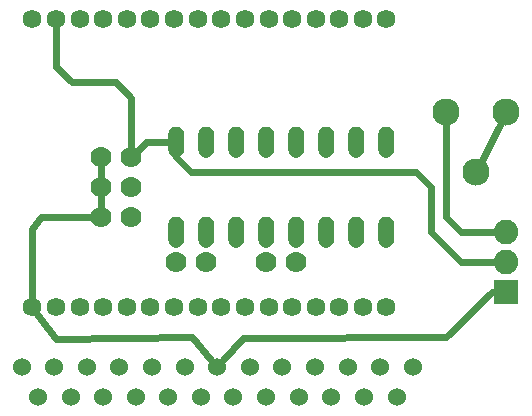
<source format=gbl>
G04 MADE WITH FRITZING*
G04 WWW.FRITZING.ORG*
G04 DOUBLE SIDED*
G04 HOLES PLATED*
G04 CONTOUR ON CENTER OF CONTOUR VECTOR*
%ASAXBY*%
%FSLAX23Y23*%
%MOIN*%
%OFA0B0*%
%SFA1.0B1.0*%
%ADD10C,0.082000*%
%ADD11C,0.062598*%
%ADD12C,0.070000*%
%ADD13C,0.052000*%
%ADD14C,0.060000*%
%ADD15C,0.090551*%
%ADD16R,0.082000X0.082000*%
%ADD17C,0.024000*%
%ADD18R,0.001000X0.001000*%
%LNCOPPER0*%
G90*
G70*
G54D10*
X2043Y714D03*
X2043Y814D03*
X2043Y914D03*
G54D11*
X463Y664D03*
X542Y664D03*
X621Y664D03*
X700Y664D03*
X778Y664D03*
X857Y664D03*
X936Y664D03*
X1015Y664D03*
X1093Y664D03*
X1172Y664D03*
X1251Y664D03*
X1329Y664D03*
X1408Y664D03*
X1487Y664D03*
X1566Y664D03*
X1644Y664D03*
X463Y1624D03*
X542Y1624D03*
X621Y1624D03*
X700Y1624D03*
X778Y1624D03*
X857Y1624D03*
X936Y1624D03*
X1015Y1624D03*
X1093Y1624D03*
X1172Y1624D03*
X1251Y1624D03*
X1329Y1624D03*
X1408Y1624D03*
X1487Y1624D03*
X1566Y1624D03*
X1644Y1624D03*
G54D12*
X793Y964D03*
X693Y964D03*
X793Y1064D03*
X693Y1064D03*
X793Y1164D03*
X693Y1164D03*
X1043Y814D03*
X943Y814D03*
X1343Y814D03*
X1243Y814D03*
G54D13*
X943Y914D03*
X1043Y914D03*
X1143Y914D03*
X1243Y914D03*
X1343Y914D03*
X1443Y914D03*
X1543Y914D03*
X1643Y914D03*
X1643Y1214D03*
X1543Y1214D03*
X1443Y1214D03*
X1343Y1214D03*
X1243Y1214D03*
X1143Y1214D03*
X1043Y1214D03*
X943Y1214D03*
G54D12*
X1843Y1314D03*
X2043Y1314D03*
X1943Y1114D03*
X1843Y1314D03*
X2043Y1314D03*
X1943Y1114D03*
G54D14*
X1732Y464D03*
X1623Y464D03*
X1515Y464D03*
X1406Y464D03*
X1297Y464D03*
X1189Y464D03*
X1080Y464D03*
X971Y464D03*
X863Y464D03*
X754Y464D03*
X645Y464D03*
X537Y464D03*
X428Y464D03*
X1678Y364D03*
X1569Y364D03*
X1460Y364D03*
X1352Y364D03*
X1243Y364D03*
X1134Y364D03*
X1026Y364D03*
X917Y364D03*
X808Y364D03*
X700Y364D03*
X591Y364D03*
X482Y364D03*
G54D15*
X1943Y1114D03*
X2043Y1314D03*
X1843Y1314D03*
G54D16*
X2043Y714D03*
G54D17*
X744Y1415D02*
X794Y1362D01*
D02*
X794Y1362D02*
X793Y1190D01*
D02*
X595Y1415D02*
X744Y1415D01*
D02*
X541Y1465D02*
X595Y1415D01*
D02*
X542Y1596D02*
X541Y1465D01*
D02*
X812Y1182D02*
X843Y1213D01*
D02*
X843Y1213D02*
X944Y1213D01*
D02*
X944Y1213D02*
X957Y1190D01*
D02*
X1165Y562D02*
X1100Y487D01*
D02*
X1995Y714D02*
X1844Y563D01*
D02*
X1844Y563D02*
X1165Y562D01*
D02*
X2011Y714D02*
X1995Y714D01*
D02*
X1893Y814D02*
X2011Y814D01*
D02*
X1793Y1064D02*
X1793Y913D01*
D02*
X993Y1113D02*
X1743Y1113D01*
D02*
X1743Y1113D02*
X1793Y1064D01*
D02*
X1793Y913D02*
X1893Y814D01*
D02*
X943Y1163D02*
X993Y1113D01*
D02*
X943Y1187D02*
X943Y1163D01*
D02*
X1943Y1115D02*
X1947Y1140D01*
D02*
X2032Y1290D02*
X1943Y1115D01*
D02*
X693Y1138D02*
X693Y1090D01*
D02*
X1844Y964D02*
X1843Y1288D01*
D02*
X1892Y913D02*
X1844Y964D01*
D02*
X2011Y913D02*
X1892Y913D01*
D02*
X461Y925D02*
X463Y692D01*
D02*
X667Y964D02*
X493Y964D01*
D02*
X493Y964D02*
X461Y925D01*
D02*
X541Y557D02*
X995Y563D01*
D02*
X995Y563D02*
X1060Y487D01*
D02*
X480Y640D02*
X541Y557D01*
D02*
X693Y1038D02*
X693Y990D01*
D02*
X693Y1138D02*
X693Y1090D01*
G54D18*
X1836Y1348D02*
X1850Y1348D01*
X2036Y1348D02*
X2050Y1348D01*
X1832Y1347D02*
X1853Y1347D01*
X2032Y1347D02*
X2053Y1347D01*
X1830Y1346D02*
X1856Y1346D01*
X2030Y1346D02*
X2056Y1346D01*
X1828Y1345D02*
X1858Y1345D01*
X2028Y1345D02*
X2058Y1345D01*
X1826Y1344D02*
X1860Y1344D01*
X2026Y1344D02*
X2060Y1344D01*
X1824Y1343D02*
X1862Y1343D01*
X2024Y1343D02*
X2062Y1343D01*
X1822Y1342D02*
X1863Y1342D01*
X2022Y1342D02*
X2063Y1342D01*
X1821Y1341D02*
X1864Y1341D01*
X2021Y1341D02*
X2064Y1341D01*
X1820Y1340D02*
X1866Y1340D01*
X2020Y1340D02*
X2066Y1340D01*
X1819Y1339D02*
X1867Y1339D01*
X2019Y1339D02*
X2067Y1339D01*
X1818Y1338D02*
X1868Y1338D01*
X2018Y1338D02*
X2068Y1338D01*
X1817Y1337D02*
X1869Y1337D01*
X2017Y1337D02*
X2069Y1337D01*
X1816Y1336D02*
X1869Y1336D01*
X2016Y1336D02*
X2069Y1336D01*
X1815Y1335D02*
X1870Y1335D01*
X2015Y1335D02*
X2070Y1335D01*
X1815Y1334D02*
X1871Y1334D01*
X2015Y1334D02*
X2071Y1334D01*
X1814Y1333D02*
X1871Y1333D01*
X2014Y1333D02*
X2071Y1333D01*
X1813Y1332D02*
X1872Y1332D01*
X2013Y1332D02*
X2072Y1332D01*
X1813Y1331D02*
X1873Y1331D01*
X2013Y1331D02*
X2073Y1331D01*
X1812Y1330D02*
X1873Y1330D01*
X2012Y1330D02*
X2073Y1330D01*
X1812Y1329D02*
X1874Y1329D01*
X2012Y1329D02*
X2074Y1329D01*
X1811Y1328D02*
X1837Y1328D01*
X1849Y1328D02*
X1874Y1328D01*
X2011Y1328D02*
X2037Y1328D01*
X2049Y1328D02*
X2074Y1328D01*
X1811Y1327D02*
X1835Y1327D01*
X1851Y1327D02*
X1874Y1327D01*
X2011Y1327D02*
X2035Y1327D01*
X2051Y1327D02*
X2074Y1327D01*
X1811Y1326D02*
X1833Y1326D01*
X1852Y1326D02*
X1875Y1326D01*
X2011Y1326D02*
X2033Y1326D01*
X2052Y1326D02*
X2075Y1326D01*
X1810Y1325D02*
X1832Y1325D01*
X1853Y1325D02*
X1875Y1325D01*
X2010Y1325D02*
X2032Y1325D01*
X2053Y1325D02*
X2075Y1325D01*
X1810Y1324D02*
X1831Y1324D01*
X1854Y1324D02*
X1876Y1324D01*
X2010Y1324D02*
X2031Y1324D01*
X2054Y1324D02*
X2076Y1324D01*
X1810Y1323D02*
X1830Y1323D01*
X1855Y1323D02*
X1876Y1323D01*
X2010Y1323D02*
X2030Y1323D01*
X2055Y1323D02*
X2076Y1323D01*
X1809Y1322D02*
X1829Y1322D01*
X1856Y1322D02*
X1876Y1322D01*
X2009Y1322D02*
X2029Y1322D01*
X2056Y1322D02*
X2076Y1322D01*
X1809Y1321D02*
X1829Y1321D01*
X1857Y1321D02*
X1876Y1321D01*
X2009Y1321D02*
X2029Y1321D01*
X2057Y1321D02*
X2076Y1321D01*
X1809Y1320D02*
X1828Y1320D01*
X1857Y1320D02*
X1877Y1320D01*
X2009Y1320D02*
X2028Y1320D01*
X2057Y1320D02*
X2077Y1320D01*
X1809Y1319D02*
X1828Y1319D01*
X1857Y1319D02*
X1877Y1319D01*
X2009Y1319D02*
X2028Y1319D01*
X2057Y1319D02*
X2077Y1319D01*
X1809Y1318D02*
X1828Y1318D01*
X1858Y1318D02*
X1877Y1318D01*
X2009Y1318D02*
X2028Y1318D01*
X2058Y1318D02*
X2077Y1318D01*
X1808Y1317D02*
X1827Y1317D01*
X1858Y1317D02*
X1877Y1317D01*
X2008Y1317D02*
X2027Y1317D01*
X2058Y1317D02*
X2077Y1317D01*
X1808Y1316D02*
X1827Y1316D01*
X1858Y1316D02*
X1877Y1316D01*
X2008Y1316D02*
X2027Y1316D01*
X2058Y1316D02*
X2077Y1316D01*
X1808Y1315D02*
X1827Y1315D01*
X1858Y1315D02*
X1877Y1315D01*
X2008Y1315D02*
X2027Y1315D01*
X2058Y1315D02*
X2077Y1315D01*
X1808Y1314D02*
X1827Y1314D01*
X1858Y1314D02*
X1877Y1314D01*
X2008Y1314D02*
X2027Y1314D01*
X2058Y1314D02*
X2077Y1314D01*
X1808Y1313D02*
X1827Y1313D01*
X1858Y1313D02*
X1877Y1313D01*
X2008Y1313D02*
X2027Y1313D01*
X2058Y1313D02*
X2077Y1313D01*
X1808Y1312D02*
X1827Y1312D01*
X1858Y1312D02*
X1877Y1312D01*
X2008Y1312D02*
X2027Y1312D01*
X2058Y1312D02*
X2077Y1312D01*
X1808Y1311D02*
X1827Y1311D01*
X1858Y1311D02*
X1877Y1311D01*
X2008Y1311D02*
X2027Y1311D01*
X2058Y1311D02*
X2077Y1311D01*
X1809Y1310D02*
X1828Y1310D01*
X1858Y1310D02*
X1877Y1310D01*
X2009Y1310D02*
X2028Y1310D01*
X2058Y1310D02*
X2077Y1310D01*
X1809Y1309D02*
X1828Y1309D01*
X1858Y1309D02*
X1877Y1309D01*
X2009Y1309D02*
X2028Y1309D01*
X2058Y1309D02*
X2077Y1309D01*
X1809Y1308D02*
X1828Y1308D01*
X1857Y1308D02*
X1877Y1308D01*
X2009Y1308D02*
X2028Y1308D01*
X2057Y1308D02*
X2077Y1308D01*
X1809Y1307D02*
X1829Y1307D01*
X1857Y1307D02*
X1876Y1307D01*
X2009Y1307D02*
X2029Y1307D01*
X2057Y1307D02*
X2076Y1307D01*
X1809Y1306D02*
X1829Y1306D01*
X1856Y1306D02*
X1876Y1306D01*
X2009Y1306D02*
X2029Y1306D01*
X2056Y1306D02*
X2076Y1306D01*
X1810Y1305D02*
X1830Y1305D01*
X1855Y1305D02*
X1876Y1305D01*
X2010Y1305D02*
X2030Y1305D01*
X2055Y1305D02*
X2076Y1305D01*
X1810Y1304D02*
X1831Y1304D01*
X1854Y1304D02*
X1876Y1304D01*
X2010Y1304D02*
X2031Y1304D01*
X2054Y1304D02*
X2076Y1304D01*
X1810Y1303D02*
X1832Y1303D01*
X1853Y1303D02*
X1875Y1303D01*
X2010Y1303D02*
X2032Y1303D01*
X2053Y1303D02*
X2075Y1303D01*
X1811Y1302D02*
X1833Y1302D01*
X1852Y1302D02*
X1875Y1302D01*
X2011Y1302D02*
X2033Y1302D01*
X2052Y1302D02*
X2075Y1302D01*
X1811Y1301D02*
X1835Y1301D01*
X1851Y1301D02*
X1875Y1301D01*
X2011Y1301D02*
X2035Y1301D01*
X2051Y1301D02*
X2075Y1301D01*
X1811Y1300D02*
X1836Y1300D01*
X1849Y1300D02*
X1874Y1300D01*
X2011Y1300D02*
X2036Y1300D01*
X2049Y1300D02*
X2074Y1300D01*
X1812Y1299D02*
X1842Y1299D01*
X1844Y1299D02*
X1874Y1299D01*
X2012Y1299D02*
X2042Y1299D01*
X2044Y1299D02*
X2074Y1299D01*
X1812Y1298D02*
X1873Y1298D01*
X2012Y1298D02*
X2073Y1298D01*
X1813Y1297D02*
X1873Y1297D01*
X2013Y1297D02*
X2073Y1297D01*
X1813Y1296D02*
X1872Y1296D01*
X2013Y1296D02*
X2072Y1296D01*
X1814Y1295D02*
X1871Y1295D01*
X2014Y1295D02*
X2071Y1295D01*
X1815Y1294D02*
X1871Y1294D01*
X2015Y1294D02*
X2071Y1294D01*
X1815Y1293D02*
X1870Y1293D01*
X2015Y1293D02*
X2070Y1293D01*
X1816Y1292D02*
X1869Y1292D01*
X2016Y1292D02*
X2069Y1292D01*
X1817Y1291D02*
X1869Y1291D01*
X2017Y1291D02*
X2069Y1291D01*
X1818Y1290D02*
X1868Y1290D01*
X2018Y1290D02*
X2068Y1290D01*
X1819Y1289D02*
X1867Y1289D01*
X2019Y1289D02*
X2067Y1289D01*
X1820Y1288D02*
X1866Y1288D01*
X2020Y1288D02*
X2066Y1288D01*
X1821Y1287D02*
X1864Y1287D01*
X2021Y1287D02*
X2064Y1287D01*
X1822Y1286D02*
X1863Y1286D01*
X2022Y1286D02*
X2063Y1286D01*
X1824Y1285D02*
X1862Y1285D01*
X2024Y1285D02*
X2062Y1285D01*
X1825Y1284D02*
X1860Y1284D01*
X2025Y1284D02*
X2060Y1284D01*
X1827Y1283D02*
X1858Y1283D01*
X2027Y1283D02*
X2058Y1283D01*
X1829Y1282D02*
X1856Y1282D01*
X2029Y1282D02*
X2056Y1282D01*
X1832Y1281D02*
X1853Y1281D01*
X2032Y1281D02*
X2053Y1281D01*
X1835Y1280D02*
X1850Y1280D01*
X2035Y1280D02*
X2050Y1280D01*
X1843Y1279D02*
X1843Y1279D01*
X2043Y1279D02*
X2043Y1279D01*
X936Y1265D02*
X949Y1265D01*
X1036Y1265D02*
X1049Y1265D01*
X1136Y1265D02*
X1149Y1265D01*
X1236Y1265D02*
X1249Y1265D01*
X1336Y1265D02*
X1349Y1265D01*
X1436Y1265D02*
X1449Y1265D01*
X1536Y1265D02*
X1549Y1265D01*
X1636Y1265D02*
X1649Y1265D01*
X933Y1264D02*
X952Y1264D01*
X1033Y1264D02*
X1052Y1264D01*
X1133Y1264D02*
X1152Y1264D01*
X1233Y1264D02*
X1252Y1264D01*
X1333Y1264D02*
X1352Y1264D01*
X1433Y1264D02*
X1452Y1264D01*
X1533Y1264D02*
X1552Y1264D01*
X1633Y1264D02*
X1652Y1264D01*
X931Y1263D02*
X954Y1263D01*
X1031Y1263D02*
X1054Y1263D01*
X1131Y1263D02*
X1154Y1263D01*
X1231Y1263D02*
X1254Y1263D01*
X1331Y1263D02*
X1354Y1263D01*
X1431Y1263D02*
X1454Y1263D01*
X1531Y1263D02*
X1554Y1263D01*
X1631Y1263D02*
X1654Y1263D01*
X930Y1262D02*
X956Y1262D01*
X1030Y1262D02*
X1056Y1262D01*
X1130Y1262D02*
X1156Y1262D01*
X1230Y1262D02*
X1256Y1262D01*
X1330Y1262D02*
X1356Y1262D01*
X1430Y1262D02*
X1456Y1262D01*
X1530Y1262D02*
X1556Y1262D01*
X1630Y1262D02*
X1656Y1262D01*
X928Y1261D02*
X957Y1261D01*
X1028Y1261D02*
X1057Y1261D01*
X1128Y1261D02*
X1157Y1261D01*
X1228Y1261D02*
X1257Y1261D01*
X1328Y1261D02*
X1357Y1261D01*
X1428Y1261D02*
X1457Y1261D01*
X1528Y1261D02*
X1557Y1261D01*
X1628Y1261D02*
X1657Y1261D01*
X927Y1260D02*
X959Y1260D01*
X1027Y1260D02*
X1059Y1260D01*
X1127Y1260D02*
X1159Y1260D01*
X1227Y1260D02*
X1259Y1260D01*
X1327Y1260D02*
X1359Y1260D01*
X1427Y1260D02*
X1459Y1260D01*
X1527Y1260D02*
X1559Y1260D01*
X1627Y1260D02*
X1659Y1260D01*
X926Y1259D02*
X960Y1259D01*
X1026Y1259D02*
X1060Y1259D01*
X1126Y1259D02*
X1160Y1259D01*
X1226Y1259D02*
X1260Y1259D01*
X1326Y1259D02*
X1360Y1259D01*
X1426Y1259D02*
X1460Y1259D01*
X1526Y1259D02*
X1560Y1259D01*
X1626Y1259D02*
X1660Y1259D01*
X925Y1258D02*
X961Y1258D01*
X1025Y1258D02*
X1061Y1258D01*
X1125Y1258D02*
X1161Y1258D01*
X1225Y1258D02*
X1261Y1258D01*
X1325Y1258D02*
X1361Y1258D01*
X1425Y1258D02*
X1461Y1258D01*
X1525Y1258D02*
X1561Y1258D01*
X1625Y1258D02*
X1661Y1258D01*
X924Y1257D02*
X962Y1257D01*
X1024Y1257D02*
X1062Y1257D01*
X1124Y1257D02*
X1162Y1257D01*
X1224Y1257D02*
X1262Y1257D01*
X1324Y1257D02*
X1362Y1257D01*
X1424Y1257D02*
X1462Y1257D01*
X1524Y1257D02*
X1562Y1257D01*
X1624Y1257D02*
X1662Y1257D01*
X923Y1256D02*
X963Y1256D01*
X1023Y1256D02*
X1063Y1256D01*
X1123Y1256D02*
X1163Y1256D01*
X1223Y1256D02*
X1263Y1256D01*
X1323Y1256D02*
X1363Y1256D01*
X1423Y1256D02*
X1463Y1256D01*
X1523Y1256D02*
X1563Y1256D01*
X1623Y1256D02*
X1663Y1256D01*
X922Y1255D02*
X963Y1255D01*
X1022Y1255D02*
X1063Y1255D01*
X1122Y1255D02*
X1163Y1255D01*
X1222Y1255D02*
X1263Y1255D01*
X1322Y1255D02*
X1363Y1255D01*
X1422Y1255D02*
X1463Y1255D01*
X1522Y1255D02*
X1563Y1255D01*
X1622Y1255D02*
X1663Y1255D01*
X921Y1254D02*
X964Y1254D01*
X1021Y1254D02*
X1064Y1254D01*
X1121Y1254D02*
X1164Y1254D01*
X1221Y1254D02*
X1264Y1254D01*
X1321Y1254D02*
X1364Y1254D01*
X1421Y1254D02*
X1464Y1254D01*
X1521Y1254D02*
X1564Y1254D01*
X1621Y1254D02*
X1664Y1254D01*
X921Y1253D02*
X965Y1253D01*
X1021Y1253D02*
X1065Y1253D01*
X1121Y1253D02*
X1165Y1253D01*
X1221Y1253D02*
X1265Y1253D01*
X1321Y1253D02*
X1365Y1253D01*
X1421Y1253D02*
X1465Y1253D01*
X1521Y1253D02*
X1565Y1253D01*
X1621Y1253D02*
X1665Y1253D01*
X920Y1252D02*
X965Y1252D01*
X1020Y1252D02*
X1065Y1252D01*
X1120Y1252D02*
X1165Y1252D01*
X1220Y1252D02*
X1265Y1252D01*
X1320Y1252D02*
X1365Y1252D01*
X1420Y1252D02*
X1465Y1252D01*
X1520Y1252D02*
X1565Y1252D01*
X1620Y1252D02*
X1665Y1252D01*
X920Y1251D02*
X966Y1251D01*
X1020Y1251D02*
X1066Y1251D01*
X1120Y1251D02*
X1166Y1251D01*
X1220Y1251D02*
X1266Y1251D01*
X1320Y1251D02*
X1366Y1251D01*
X1420Y1251D02*
X1466Y1251D01*
X1520Y1251D02*
X1566Y1251D01*
X1620Y1251D02*
X1666Y1251D01*
X919Y1250D02*
X966Y1250D01*
X1019Y1250D02*
X1066Y1250D01*
X1119Y1250D02*
X1166Y1250D01*
X1219Y1250D02*
X1266Y1250D01*
X1319Y1250D02*
X1366Y1250D01*
X1419Y1250D02*
X1466Y1250D01*
X1519Y1250D02*
X1566Y1250D01*
X1619Y1250D02*
X1666Y1250D01*
X919Y1249D02*
X967Y1249D01*
X1019Y1249D02*
X1067Y1249D01*
X1119Y1249D02*
X1167Y1249D01*
X1219Y1249D02*
X1267Y1249D01*
X1319Y1249D02*
X1367Y1249D01*
X1419Y1249D02*
X1467Y1249D01*
X1519Y1249D02*
X1567Y1249D01*
X1619Y1249D02*
X1667Y1249D01*
X919Y1248D02*
X967Y1248D01*
X1019Y1248D02*
X1067Y1248D01*
X1119Y1248D02*
X1167Y1248D01*
X1219Y1248D02*
X1267Y1248D01*
X1319Y1248D02*
X1367Y1248D01*
X1419Y1248D02*
X1467Y1248D01*
X1519Y1248D02*
X1567Y1248D01*
X1619Y1248D02*
X1667Y1248D01*
X918Y1247D02*
X967Y1247D01*
X1018Y1247D02*
X1067Y1247D01*
X1118Y1247D02*
X1167Y1247D01*
X1218Y1247D02*
X1267Y1247D01*
X1318Y1247D02*
X1367Y1247D01*
X1418Y1247D02*
X1467Y1247D01*
X1518Y1247D02*
X1567Y1247D01*
X1618Y1247D02*
X1667Y1247D01*
X918Y1246D02*
X967Y1246D01*
X1018Y1246D02*
X1067Y1246D01*
X1118Y1246D02*
X1167Y1246D01*
X1218Y1246D02*
X1267Y1246D01*
X1318Y1246D02*
X1367Y1246D01*
X1418Y1246D02*
X1467Y1246D01*
X1518Y1246D02*
X1567Y1246D01*
X1618Y1246D02*
X1667Y1246D01*
X918Y1245D02*
X968Y1245D01*
X1018Y1245D02*
X1068Y1245D01*
X1118Y1245D02*
X1168Y1245D01*
X1218Y1245D02*
X1268Y1245D01*
X1318Y1245D02*
X1368Y1245D01*
X1418Y1245D02*
X1468Y1245D01*
X1518Y1245D02*
X1568Y1245D01*
X1618Y1245D02*
X1668Y1245D01*
X918Y1244D02*
X968Y1244D01*
X1018Y1244D02*
X1068Y1244D01*
X1118Y1244D02*
X1168Y1244D01*
X1218Y1244D02*
X1268Y1244D01*
X1318Y1244D02*
X1368Y1244D01*
X1418Y1244D02*
X1468Y1244D01*
X1518Y1244D02*
X1568Y1244D01*
X1618Y1244D02*
X1668Y1244D01*
X917Y1243D02*
X968Y1243D01*
X1017Y1243D02*
X1068Y1243D01*
X1117Y1243D02*
X1168Y1243D01*
X1217Y1243D02*
X1268Y1243D01*
X1317Y1243D02*
X1368Y1243D01*
X1417Y1243D02*
X1468Y1243D01*
X1517Y1243D02*
X1568Y1243D01*
X1617Y1243D02*
X1668Y1243D01*
X917Y1242D02*
X968Y1242D01*
X1017Y1242D02*
X1068Y1242D01*
X1117Y1242D02*
X1168Y1242D01*
X1217Y1242D02*
X1268Y1242D01*
X1317Y1242D02*
X1368Y1242D01*
X1417Y1242D02*
X1468Y1242D01*
X1517Y1242D02*
X1568Y1242D01*
X1617Y1242D02*
X1668Y1242D01*
X917Y1241D02*
X968Y1241D01*
X1017Y1241D02*
X1068Y1241D01*
X1117Y1241D02*
X1168Y1241D01*
X1217Y1241D02*
X1268Y1241D01*
X1317Y1241D02*
X1368Y1241D01*
X1417Y1241D02*
X1468Y1241D01*
X1517Y1241D02*
X1568Y1241D01*
X1617Y1241D02*
X1668Y1241D01*
X917Y1240D02*
X968Y1240D01*
X1017Y1240D02*
X1068Y1240D01*
X1117Y1240D02*
X1168Y1240D01*
X1217Y1240D02*
X1268Y1240D01*
X1317Y1240D02*
X1368Y1240D01*
X1417Y1240D02*
X1468Y1240D01*
X1517Y1240D02*
X1568Y1240D01*
X1617Y1240D02*
X1668Y1240D01*
X917Y1239D02*
X968Y1239D01*
X1017Y1239D02*
X1068Y1239D01*
X1117Y1239D02*
X1168Y1239D01*
X1217Y1239D02*
X1268Y1239D01*
X1317Y1239D02*
X1368Y1239D01*
X1417Y1239D02*
X1468Y1239D01*
X1517Y1239D02*
X1568Y1239D01*
X1617Y1239D02*
X1668Y1239D01*
X917Y1238D02*
X968Y1238D01*
X1017Y1238D02*
X1068Y1238D01*
X1117Y1238D02*
X1168Y1238D01*
X1217Y1238D02*
X1268Y1238D01*
X1317Y1238D02*
X1368Y1238D01*
X1417Y1238D02*
X1468Y1238D01*
X1517Y1238D02*
X1568Y1238D01*
X1617Y1238D02*
X1668Y1238D01*
X917Y1237D02*
X968Y1237D01*
X1017Y1237D02*
X1068Y1237D01*
X1117Y1237D02*
X1168Y1237D01*
X1217Y1237D02*
X1268Y1237D01*
X1317Y1237D02*
X1368Y1237D01*
X1417Y1237D02*
X1468Y1237D01*
X1517Y1237D02*
X1568Y1237D01*
X1617Y1237D02*
X1668Y1237D01*
X917Y1236D02*
X968Y1236D01*
X1017Y1236D02*
X1068Y1236D01*
X1117Y1236D02*
X1168Y1236D01*
X1217Y1236D02*
X1268Y1236D01*
X1317Y1236D02*
X1368Y1236D01*
X1417Y1236D02*
X1468Y1236D01*
X1517Y1236D02*
X1568Y1236D01*
X1617Y1236D02*
X1668Y1236D01*
X917Y1235D02*
X968Y1235D01*
X1017Y1235D02*
X1068Y1235D01*
X1117Y1235D02*
X1168Y1235D01*
X1217Y1235D02*
X1268Y1235D01*
X1317Y1235D02*
X1368Y1235D01*
X1417Y1235D02*
X1468Y1235D01*
X1517Y1235D02*
X1568Y1235D01*
X1617Y1235D02*
X1668Y1235D01*
X917Y1234D02*
X968Y1234D01*
X1017Y1234D02*
X1068Y1234D01*
X1117Y1234D02*
X1168Y1234D01*
X1217Y1234D02*
X1268Y1234D01*
X1317Y1234D02*
X1368Y1234D01*
X1417Y1234D02*
X1468Y1234D01*
X1517Y1234D02*
X1568Y1234D01*
X1617Y1234D02*
X1668Y1234D01*
X917Y1233D02*
X968Y1233D01*
X1017Y1233D02*
X1068Y1233D01*
X1117Y1233D02*
X1168Y1233D01*
X1217Y1233D02*
X1268Y1233D01*
X1317Y1233D02*
X1368Y1233D01*
X1417Y1233D02*
X1468Y1233D01*
X1517Y1233D02*
X1568Y1233D01*
X1617Y1233D02*
X1668Y1233D01*
X917Y1232D02*
X968Y1232D01*
X1017Y1232D02*
X1068Y1232D01*
X1117Y1232D02*
X1168Y1232D01*
X1217Y1232D02*
X1268Y1232D01*
X1317Y1232D02*
X1368Y1232D01*
X1417Y1232D02*
X1468Y1232D01*
X1517Y1232D02*
X1568Y1232D01*
X1617Y1232D02*
X1668Y1232D01*
X917Y1231D02*
X968Y1231D01*
X1017Y1231D02*
X1068Y1231D01*
X1117Y1231D02*
X1168Y1231D01*
X1217Y1231D02*
X1268Y1231D01*
X1317Y1231D02*
X1368Y1231D01*
X1417Y1231D02*
X1468Y1231D01*
X1517Y1231D02*
X1568Y1231D01*
X1617Y1231D02*
X1668Y1231D01*
X917Y1230D02*
X968Y1230D01*
X1017Y1230D02*
X1068Y1230D01*
X1117Y1230D02*
X1168Y1230D01*
X1217Y1230D02*
X1268Y1230D01*
X1317Y1230D02*
X1368Y1230D01*
X1417Y1230D02*
X1468Y1230D01*
X1517Y1230D02*
X1568Y1230D01*
X1617Y1230D02*
X1668Y1230D01*
X917Y1229D02*
X937Y1229D01*
X949Y1229D02*
X968Y1229D01*
X1017Y1229D02*
X1037Y1229D01*
X1049Y1229D02*
X1068Y1229D01*
X1117Y1229D02*
X1137Y1229D01*
X1149Y1229D02*
X1168Y1229D01*
X1217Y1229D02*
X1237Y1229D01*
X1249Y1229D02*
X1268Y1229D01*
X1317Y1229D02*
X1337Y1229D01*
X1349Y1229D02*
X1368Y1229D01*
X1417Y1229D02*
X1437Y1229D01*
X1449Y1229D02*
X1468Y1229D01*
X1517Y1229D02*
X1537Y1229D01*
X1549Y1229D02*
X1568Y1229D01*
X1617Y1229D02*
X1637Y1229D01*
X1649Y1229D02*
X1668Y1229D01*
X917Y1228D02*
X935Y1228D01*
X951Y1228D02*
X968Y1228D01*
X1017Y1228D02*
X1035Y1228D01*
X1051Y1228D02*
X1068Y1228D01*
X1117Y1228D02*
X1135Y1228D01*
X1151Y1228D02*
X1168Y1228D01*
X1217Y1228D02*
X1235Y1228D01*
X1251Y1228D02*
X1268Y1228D01*
X1317Y1228D02*
X1335Y1228D01*
X1351Y1228D02*
X1368Y1228D01*
X1417Y1228D02*
X1435Y1228D01*
X1451Y1228D02*
X1468Y1228D01*
X1517Y1228D02*
X1535Y1228D01*
X1551Y1228D02*
X1568Y1228D01*
X1617Y1228D02*
X1635Y1228D01*
X1651Y1228D02*
X1668Y1228D01*
X917Y1227D02*
X933Y1227D01*
X952Y1227D02*
X968Y1227D01*
X1017Y1227D02*
X1033Y1227D01*
X1052Y1227D02*
X1068Y1227D01*
X1117Y1227D02*
X1133Y1227D01*
X1152Y1227D02*
X1168Y1227D01*
X1217Y1227D02*
X1233Y1227D01*
X1252Y1227D02*
X1268Y1227D01*
X1317Y1227D02*
X1333Y1227D01*
X1352Y1227D02*
X1368Y1227D01*
X1417Y1227D02*
X1433Y1227D01*
X1452Y1227D02*
X1468Y1227D01*
X1517Y1227D02*
X1533Y1227D01*
X1552Y1227D02*
X1568Y1227D01*
X1617Y1227D02*
X1633Y1227D01*
X1652Y1227D02*
X1668Y1227D01*
X917Y1226D02*
X932Y1226D01*
X954Y1226D02*
X968Y1226D01*
X1017Y1226D02*
X1032Y1226D01*
X1054Y1226D02*
X1068Y1226D01*
X1117Y1226D02*
X1132Y1226D01*
X1154Y1226D02*
X1168Y1226D01*
X1217Y1226D02*
X1232Y1226D01*
X1254Y1226D02*
X1268Y1226D01*
X1317Y1226D02*
X1332Y1226D01*
X1354Y1226D02*
X1368Y1226D01*
X1417Y1226D02*
X1432Y1226D01*
X1454Y1226D02*
X1468Y1226D01*
X1517Y1226D02*
X1532Y1226D01*
X1554Y1226D02*
X1568Y1226D01*
X1617Y1226D02*
X1632Y1226D01*
X1654Y1226D02*
X1668Y1226D01*
X917Y1225D02*
X931Y1225D01*
X955Y1225D02*
X968Y1225D01*
X1017Y1225D02*
X1031Y1225D01*
X1055Y1225D02*
X1068Y1225D01*
X1117Y1225D02*
X1131Y1225D01*
X1155Y1225D02*
X1168Y1225D01*
X1217Y1225D02*
X1231Y1225D01*
X1255Y1225D02*
X1268Y1225D01*
X1317Y1225D02*
X1331Y1225D01*
X1355Y1225D02*
X1368Y1225D01*
X1417Y1225D02*
X1431Y1225D01*
X1455Y1225D02*
X1468Y1225D01*
X1517Y1225D02*
X1531Y1225D01*
X1555Y1225D02*
X1568Y1225D01*
X1617Y1225D02*
X1631Y1225D01*
X1655Y1225D02*
X1668Y1225D01*
X917Y1224D02*
X930Y1224D01*
X956Y1224D02*
X968Y1224D01*
X1017Y1224D02*
X1030Y1224D01*
X1056Y1224D02*
X1068Y1224D01*
X1117Y1224D02*
X1130Y1224D01*
X1156Y1224D02*
X1168Y1224D01*
X1217Y1224D02*
X1230Y1224D01*
X1256Y1224D02*
X1268Y1224D01*
X1317Y1224D02*
X1330Y1224D01*
X1356Y1224D02*
X1368Y1224D01*
X1417Y1224D02*
X1430Y1224D01*
X1456Y1224D02*
X1468Y1224D01*
X1517Y1224D02*
X1530Y1224D01*
X1556Y1224D02*
X1568Y1224D01*
X1617Y1224D02*
X1630Y1224D01*
X1656Y1224D02*
X1668Y1224D01*
X917Y1223D02*
X929Y1223D01*
X956Y1223D02*
X968Y1223D01*
X1017Y1223D02*
X1029Y1223D01*
X1056Y1223D02*
X1068Y1223D01*
X1117Y1223D02*
X1129Y1223D01*
X1156Y1223D02*
X1168Y1223D01*
X1217Y1223D02*
X1229Y1223D01*
X1256Y1223D02*
X1268Y1223D01*
X1317Y1223D02*
X1329Y1223D01*
X1356Y1223D02*
X1368Y1223D01*
X1417Y1223D02*
X1429Y1223D01*
X1456Y1223D02*
X1468Y1223D01*
X1517Y1223D02*
X1529Y1223D01*
X1556Y1223D02*
X1568Y1223D01*
X1617Y1223D02*
X1629Y1223D01*
X1656Y1223D02*
X1668Y1223D01*
X917Y1222D02*
X928Y1222D01*
X957Y1222D02*
X968Y1222D01*
X1017Y1222D02*
X1028Y1222D01*
X1057Y1222D02*
X1068Y1222D01*
X1117Y1222D02*
X1128Y1222D01*
X1157Y1222D02*
X1168Y1222D01*
X1217Y1222D02*
X1228Y1222D01*
X1257Y1222D02*
X1268Y1222D01*
X1317Y1222D02*
X1328Y1222D01*
X1357Y1222D02*
X1368Y1222D01*
X1417Y1222D02*
X1428Y1222D01*
X1457Y1222D02*
X1468Y1222D01*
X1517Y1222D02*
X1528Y1222D01*
X1557Y1222D02*
X1568Y1222D01*
X1617Y1222D02*
X1628Y1222D01*
X1657Y1222D02*
X1668Y1222D01*
X917Y1221D02*
X928Y1221D01*
X958Y1221D02*
X968Y1221D01*
X1017Y1221D02*
X1028Y1221D01*
X1058Y1221D02*
X1068Y1221D01*
X1117Y1221D02*
X1128Y1221D01*
X1158Y1221D02*
X1168Y1221D01*
X1217Y1221D02*
X1228Y1221D01*
X1258Y1221D02*
X1268Y1221D01*
X1317Y1221D02*
X1328Y1221D01*
X1358Y1221D02*
X1368Y1221D01*
X1417Y1221D02*
X1428Y1221D01*
X1458Y1221D02*
X1468Y1221D01*
X1517Y1221D02*
X1528Y1221D01*
X1558Y1221D02*
X1568Y1221D01*
X1617Y1221D02*
X1628Y1221D01*
X1658Y1221D02*
X1668Y1221D01*
X917Y1220D02*
X927Y1220D01*
X958Y1220D02*
X968Y1220D01*
X1017Y1220D02*
X1027Y1220D01*
X1058Y1220D02*
X1068Y1220D01*
X1117Y1220D02*
X1127Y1220D01*
X1158Y1220D02*
X1168Y1220D01*
X1217Y1220D02*
X1227Y1220D01*
X1258Y1220D02*
X1268Y1220D01*
X1317Y1220D02*
X1327Y1220D01*
X1358Y1220D02*
X1368Y1220D01*
X1417Y1220D02*
X1427Y1220D01*
X1458Y1220D02*
X1468Y1220D01*
X1517Y1220D02*
X1527Y1220D01*
X1558Y1220D02*
X1568Y1220D01*
X1617Y1220D02*
X1627Y1220D01*
X1658Y1220D02*
X1668Y1220D01*
X917Y1219D02*
X927Y1219D01*
X958Y1219D02*
X968Y1219D01*
X1017Y1219D02*
X1027Y1219D01*
X1058Y1219D02*
X1068Y1219D01*
X1117Y1219D02*
X1127Y1219D01*
X1158Y1219D02*
X1168Y1219D01*
X1217Y1219D02*
X1227Y1219D01*
X1258Y1219D02*
X1268Y1219D01*
X1317Y1219D02*
X1327Y1219D01*
X1358Y1219D02*
X1368Y1219D01*
X1417Y1219D02*
X1427Y1219D01*
X1458Y1219D02*
X1468Y1219D01*
X1517Y1219D02*
X1527Y1219D01*
X1558Y1219D02*
X1568Y1219D01*
X1617Y1219D02*
X1627Y1219D01*
X1658Y1219D02*
X1668Y1219D01*
X917Y1218D02*
X927Y1218D01*
X959Y1218D02*
X968Y1218D01*
X1017Y1218D02*
X1027Y1218D01*
X1059Y1218D02*
X1068Y1218D01*
X1117Y1218D02*
X1127Y1218D01*
X1159Y1218D02*
X1168Y1218D01*
X1217Y1218D02*
X1227Y1218D01*
X1259Y1218D02*
X1268Y1218D01*
X1317Y1218D02*
X1327Y1218D01*
X1359Y1218D02*
X1368Y1218D01*
X1417Y1218D02*
X1427Y1218D01*
X1459Y1218D02*
X1468Y1218D01*
X1517Y1218D02*
X1527Y1218D01*
X1559Y1218D02*
X1568Y1218D01*
X1617Y1218D02*
X1627Y1218D01*
X1659Y1218D02*
X1668Y1218D01*
X917Y1217D02*
X927Y1217D01*
X959Y1217D02*
X968Y1217D01*
X1017Y1217D02*
X1027Y1217D01*
X1059Y1217D02*
X1068Y1217D01*
X1117Y1217D02*
X1127Y1217D01*
X1159Y1217D02*
X1168Y1217D01*
X1217Y1217D02*
X1227Y1217D01*
X1259Y1217D02*
X1268Y1217D01*
X1317Y1217D02*
X1327Y1217D01*
X1359Y1217D02*
X1368Y1217D01*
X1417Y1217D02*
X1427Y1217D01*
X1459Y1217D02*
X1468Y1217D01*
X1517Y1217D02*
X1527Y1217D01*
X1559Y1217D02*
X1568Y1217D01*
X1617Y1217D02*
X1627Y1217D01*
X1659Y1217D02*
X1668Y1217D01*
X917Y1216D02*
X926Y1216D01*
X959Y1216D02*
X968Y1216D01*
X1017Y1216D02*
X1026Y1216D01*
X1059Y1216D02*
X1068Y1216D01*
X1117Y1216D02*
X1126Y1216D01*
X1159Y1216D02*
X1168Y1216D01*
X1217Y1216D02*
X1226Y1216D01*
X1259Y1216D02*
X1268Y1216D01*
X1317Y1216D02*
X1326Y1216D01*
X1359Y1216D02*
X1368Y1216D01*
X1417Y1216D02*
X1426Y1216D01*
X1459Y1216D02*
X1468Y1216D01*
X1517Y1216D02*
X1526Y1216D01*
X1559Y1216D02*
X1568Y1216D01*
X1617Y1216D02*
X1626Y1216D01*
X1659Y1216D02*
X1668Y1216D01*
X917Y1215D02*
X926Y1215D01*
X959Y1215D02*
X968Y1215D01*
X1017Y1215D02*
X1026Y1215D01*
X1059Y1215D02*
X1068Y1215D01*
X1117Y1215D02*
X1126Y1215D01*
X1159Y1215D02*
X1168Y1215D01*
X1217Y1215D02*
X1226Y1215D01*
X1259Y1215D02*
X1268Y1215D01*
X1317Y1215D02*
X1326Y1215D01*
X1359Y1215D02*
X1368Y1215D01*
X1417Y1215D02*
X1426Y1215D01*
X1459Y1215D02*
X1468Y1215D01*
X1517Y1215D02*
X1526Y1215D01*
X1559Y1215D02*
X1568Y1215D01*
X1617Y1215D02*
X1626Y1215D01*
X1659Y1215D02*
X1668Y1215D01*
X917Y1214D02*
X926Y1214D01*
X959Y1214D02*
X968Y1214D01*
X1017Y1214D02*
X1026Y1214D01*
X1059Y1214D02*
X1068Y1214D01*
X1117Y1214D02*
X1126Y1214D01*
X1159Y1214D02*
X1168Y1214D01*
X1217Y1214D02*
X1226Y1214D01*
X1259Y1214D02*
X1268Y1214D01*
X1317Y1214D02*
X1326Y1214D01*
X1359Y1214D02*
X1368Y1214D01*
X1417Y1214D02*
X1426Y1214D01*
X1459Y1214D02*
X1468Y1214D01*
X1517Y1214D02*
X1526Y1214D01*
X1559Y1214D02*
X1568Y1214D01*
X1617Y1214D02*
X1626Y1214D01*
X1659Y1214D02*
X1668Y1214D01*
X917Y1213D02*
X926Y1213D01*
X959Y1213D02*
X968Y1213D01*
X1017Y1213D02*
X1026Y1213D01*
X1059Y1213D02*
X1068Y1213D01*
X1117Y1213D02*
X1126Y1213D01*
X1159Y1213D02*
X1168Y1213D01*
X1217Y1213D02*
X1226Y1213D01*
X1259Y1213D02*
X1268Y1213D01*
X1317Y1213D02*
X1326Y1213D01*
X1359Y1213D02*
X1368Y1213D01*
X1417Y1213D02*
X1426Y1213D01*
X1459Y1213D02*
X1468Y1213D01*
X1517Y1213D02*
X1526Y1213D01*
X1559Y1213D02*
X1568Y1213D01*
X1617Y1213D02*
X1626Y1213D01*
X1659Y1213D02*
X1668Y1213D01*
X917Y1212D02*
X926Y1212D01*
X959Y1212D02*
X968Y1212D01*
X1017Y1212D02*
X1026Y1212D01*
X1059Y1212D02*
X1068Y1212D01*
X1117Y1212D02*
X1126Y1212D01*
X1159Y1212D02*
X1168Y1212D01*
X1217Y1212D02*
X1226Y1212D01*
X1259Y1212D02*
X1268Y1212D01*
X1317Y1212D02*
X1326Y1212D01*
X1359Y1212D02*
X1368Y1212D01*
X1417Y1212D02*
X1426Y1212D01*
X1459Y1212D02*
X1468Y1212D01*
X1517Y1212D02*
X1526Y1212D01*
X1559Y1212D02*
X1568Y1212D01*
X1617Y1212D02*
X1626Y1212D01*
X1659Y1212D02*
X1668Y1212D01*
X917Y1211D02*
X927Y1211D01*
X959Y1211D02*
X968Y1211D01*
X1017Y1211D02*
X1027Y1211D01*
X1059Y1211D02*
X1068Y1211D01*
X1117Y1211D02*
X1127Y1211D01*
X1159Y1211D02*
X1168Y1211D01*
X1217Y1211D02*
X1227Y1211D01*
X1259Y1211D02*
X1268Y1211D01*
X1317Y1211D02*
X1327Y1211D01*
X1359Y1211D02*
X1368Y1211D01*
X1417Y1211D02*
X1427Y1211D01*
X1459Y1211D02*
X1468Y1211D01*
X1517Y1211D02*
X1527Y1211D01*
X1559Y1211D02*
X1568Y1211D01*
X1617Y1211D02*
X1627Y1211D01*
X1659Y1211D02*
X1668Y1211D01*
X917Y1210D02*
X927Y1210D01*
X959Y1210D02*
X968Y1210D01*
X1017Y1210D02*
X1027Y1210D01*
X1059Y1210D02*
X1068Y1210D01*
X1117Y1210D02*
X1127Y1210D01*
X1159Y1210D02*
X1168Y1210D01*
X1217Y1210D02*
X1227Y1210D01*
X1259Y1210D02*
X1268Y1210D01*
X1317Y1210D02*
X1327Y1210D01*
X1359Y1210D02*
X1368Y1210D01*
X1417Y1210D02*
X1427Y1210D01*
X1459Y1210D02*
X1468Y1210D01*
X1517Y1210D02*
X1527Y1210D01*
X1559Y1210D02*
X1568Y1210D01*
X1617Y1210D02*
X1627Y1210D01*
X1659Y1210D02*
X1668Y1210D01*
X917Y1209D02*
X927Y1209D01*
X958Y1209D02*
X968Y1209D01*
X1017Y1209D02*
X1027Y1209D01*
X1058Y1209D02*
X1068Y1209D01*
X1117Y1209D02*
X1127Y1209D01*
X1158Y1209D02*
X1168Y1209D01*
X1217Y1209D02*
X1227Y1209D01*
X1258Y1209D02*
X1268Y1209D01*
X1317Y1209D02*
X1327Y1209D01*
X1358Y1209D02*
X1368Y1209D01*
X1417Y1209D02*
X1427Y1209D01*
X1458Y1209D02*
X1468Y1209D01*
X1517Y1209D02*
X1527Y1209D01*
X1558Y1209D02*
X1568Y1209D01*
X1617Y1209D02*
X1627Y1209D01*
X1658Y1209D02*
X1668Y1209D01*
X917Y1208D02*
X927Y1208D01*
X958Y1208D02*
X968Y1208D01*
X1017Y1208D02*
X1027Y1208D01*
X1058Y1208D02*
X1068Y1208D01*
X1117Y1208D02*
X1127Y1208D01*
X1158Y1208D02*
X1168Y1208D01*
X1217Y1208D02*
X1227Y1208D01*
X1258Y1208D02*
X1268Y1208D01*
X1317Y1208D02*
X1327Y1208D01*
X1358Y1208D02*
X1368Y1208D01*
X1417Y1208D02*
X1427Y1208D01*
X1458Y1208D02*
X1468Y1208D01*
X1517Y1208D02*
X1527Y1208D01*
X1558Y1208D02*
X1568Y1208D01*
X1617Y1208D02*
X1627Y1208D01*
X1658Y1208D02*
X1668Y1208D01*
X917Y1207D02*
X928Y1207D01*
X958Y1207D02*
X968Y1207D01*
X1017Y1207D02*
X1028Y1207D01*
X1058Y1207D02*
X1068Y1207D01*
X1117Y1207D02*
X1128Y1207D01*
X1158Y1207D02*
X1168Y1207D01*
X1217Y1207D02*
X1228Y1207D01*
X1258Y1207D02*
X1268Y1207D01*
X1317Y1207D02*
X1328Y1207D01*
X1358Y1207D02*
X1368Y1207D01*
X1417Y1207D02*
X1428Y1207D01*
X1458Y1207D02*
X1468Y1207D01*
X1517Y1207D02*
X1528Y1207D01*
X1558Y1207D02*
X1568Y1207D01*
X1617Y1207D02*
X1628Y1207D01*
X1658Y1207D02*
X1668Y1207D01*
X917Y1206D02*
X928Y1206D01*
X957Y1206D02*
X968Y1206D01*
X1017Y1206D02*
X1028Y1206D01*
X1057Y1206D02*
X1068Y1206D01*
X1117Y1206D02*
X1128Y1206D01*
X1157Y1206D02*
X1168Y1206D01*
X1217Y1206D02*
X1228Y1206D01*
X1257Y1206D02*
X1268Y1206D01*
X1317Y1206D02*
X1328Y1206D01*
X1357Y1206D02*
X1368Y1206D01*
X1417Y1206D02*
X1428Y1206D01*
X1457Y1206D02*
X1468Y1206D01*
X1517Y1206D02*
X1528Y1206D01*
X1557Y1206D02*
X1568Y1206D01*
X1617Y1206D02*
X1628Y1206D01*
X1657Y1206D02*
X1668Y1206D01*
X917Y1205D02*
X929Y1205D01*
X956Y1205D02*
X968Y1205D01*
X1017Y1205D02*
X1029Y1205D01*
X1056Y1205D02*
X1068Y1205D01*
X1117Y1205D02*
X1129Y1205D01*
X1156Y1205D02*
X1168Y1205D01*
X1217Y1205D02*
X1229Y1205D01*
X1256Y1205D02*
X1268Y1205D01*
X1317Y1205D02*
X1329Y1205D01*
X1356Y1205D02*
X1368Y1205D01*
X1417Y1205D02*
X1429Y1205D01*
X1456Y1205D02*
X1468Y1205D01*
X1517Y1205D02*
X1529Y1205D01*
X1556Y1205D02*
X1568Y1205D01*
X1617Y1205D02*
X1629Y1205D01*
X1656Y1205D02*
X1668Y1205D01*
X917Y1204D02*
X930Y1204D01*
X956Y1204D02*
X968Y1204D01*
X1017Y1204D02*
X1030Y1204D01*
X1056Y1204D02*
X1068Y1204D01*
X1117Y1204D02*
X1130Y1204D01*
X1156Y1204D02*
X1168Y1204D01*
X1217Y1204D02*
X1230Y1204D01*
X1256Y1204D02*
X1268Y1204D01*
X1317Y1204D02*
X1330Y1204D01*
X1356Y1204D02*
X1368Y1204D01*
X1417Y1204D02*
X1430Y1204D01*
X1456Y1204D02*
X1468Y1204D01*
X1517Y1204D02*
X1530Y1204D01*
X1556Y1204D02*
X1568Y1204D01*
X1617Y1204D02*
X1630Y1204D01*
X1656Y1204D02*
X1668Y1204D01*
X917Y1203D02*
X931Y1203D01*
X955Y1203D02*
X968Y1203D01*
X1017Y1203D02*
X1031Y1203D01*
X1055Y1203D02*
X1068Y1203D01*
X1117Y1203D02*
X1131Y1203D01*
X1155Y1203D02*
X1168Y1203D01*
X1217Y1203D02*
X1231Y1203D01*
X1255Y1203D02*
X1268Y1203D01*
X1317Y1203D02*
X1331Y1203D01*
X1355Y1203D02*
X1368Y1203D01*
X1417Y1203D02*
X1431Y1203D01*
X1455Y1203D02*
X1468Y1203D01*
X1517Y1203D02*
X1531Y1203D01*
X1555Y1203D02*
X1568Y1203D01*
X1617Y1203D02*
X1631Y1203D01*
X1655Y1203D02*
X1668Y1203D01*
X917Y1202D02*
X932Y1202D01*
X954Y1202D02*
X968Y1202D01*
X1017Y1202D02*
X1032Y1202D01*
X1054Y1202D02*
X1068Y1202D01*
X1117Y1202D02*
X1132Y1202D01*
X1154Y1202D02*
X1168Y1202D01*
X1217Y1202D02*
X1232Y1202D01*
X1254Y1202D02*
X1268Y1202D01*
X1317Y1202D02*
X1332Y1202D01*
X1354Y1202D02*
X1368Y1202D01*
X1417Y1202D02*
X1432Y1202D01*
X1454Y1202D02*
X1468Y1202D01*
X1517Y1202D02*
X1532Y1202D01*
X1554Y1202D02*
X1568Y1202D01*
X1617Y1202D02*
X1632Y1202D01*
X1654Y1202D02*
X1668Y1202D01*
X917Y1201D02*
X933Y1201D01*
X953Y1201D02*
X968Y1201D01*
X1017Y1201D02*
X1033Y1201D01*
X1053Y1201D02*
X1068Y1201D01*
X1117Y1201D02*
X1133Y1201D01*
X1153Y1201D02*
X1168Y1201D01*
X1217Y1201D02*
X1233Y1201D01*
X1253Y1201D02*
X1268Y1201D01*
X1317Y1201D02*
X1333Y1201D01*
X1353Y1201D02*
X1368Y1201D01*
X1417Y1201D02*
X1433Y1201D01*
X1453Y1201D02*
X1468Y1201D01*
X1517Y1201D02*
X1533Y1201D01*
X1553Y1201D02*
X1568Y1201D01*
X1617Y1201D02*
X1633Y1201D01*
X1653Y1201D02*
X1668Y1201D01*
X917Y1200D02*
X935Y1200D01*
X951Y1200D02*
X968Y1200D01*
X1017Y1200D02*
X1035Y1200D01*
X1051Y1200D02*
X1068Y1200D01*
X1117Y1200D02*
X1135Y1200D01*
X1151Y1200D02*
X1168Y1200D01*
X1217Y1200D02*
X1235Y1200D01*
X1251Y1200D02*
X1268Y1200D01*
X1317Y1200D02*
X1335Y1200D01*
X1351Y1200D02*
X1368Y1200D01*
X1417Y1200D02*
X1435Y1200D01*
X1451Y1200D02*
X1468Y1200D01*
X1517Y1200D02*
X1535Y1200D01*
X1551Y1200D02*
X1568Y1200D01*
X1617Y1200D02*
X1635Y1200D01*
X1651Y1200D02*
X1668Y1200D01*
X917Y1199D02*
X937Y1199D01*
X949Y1199D02*
X968Y1199D01*
X1017Y1199D02*
X1037Y1199D01*
X1049Y1199D02*
X1068Y1199D01*
X1117Y1199D02*
X1137Y1199D01*
X1149Y1199D02*
X1168Y1199D01*
X1217Y1199D02*
X1237Y1199D01*
X1249Y1199D02*
X1268Y1199D01*
X1317Y1199D02*
X1337Y1199D01*
X1349Y1199D02*
X1368Y1199D01*
X1417Y1199D02*
X1437Y1199D01*
X1449Y1199D02*
X1468Y1199D01*
X1517Y1199D02*
X1537Y1199D01*
X1549Y1199D02*
X1568Y1199D01*
X1617Y1199D02*
X1637Y1199D01*
X1649Y1199D02*
X1668Y1199D01*
X917Y1198D02*
X968Y1198D01*
X1017Y1198D02*
X1068Y1198D01*
X1117Y1198D02*
X1168Y1198D01*
X1217Y1198D02*
X1268Y1198D01*
X1317Y1198D02*
X1368Y1198D01*
X1417Y1198D02*
X1468Y1198D01*
X1517Y1198D02*
X1568Y1198D01*
X1617Y1198D02*
X1668Y1198D01*
X917Y1197D02*
X968Y1197D01*
X1017Y1197D02*
X1068Y1197D01*
X1117Y1197D02*
X1168Y1197D01*
X1217Y1197D02*
X1268Y1197D01*
X1317Y1197D02*
X1368Y1197D01*
X1417Y1197D02*
X1468Y1197D01*
X1517Y1197D02*
X1568Y1197D01*
X1617Y1197D02*
X1668Y1197D01*
X917Y1196D02*
X968Y1196D01*
X1017Y1196D02*
X1068Y1196D01*
X1117Y1196D02*
X1168Y1196D01*
X1217Y1196D02*
X1268Y1196D01*
X1317Y1196D02*
X1368Y1196D01*
X1417Y1196D02*
X1468Y1196D01*
X1517Y1196D02*
X1568Y1196D01*
X1617Y1196D02*
X1668Y1196D01*
X917Y1195D02*
X968Y1195D01*
X1017Y1195D02*
X1068Y1195D01*
X1117Y1195D02*
X1168Y1195D01*
X1217Y1195D02*
X1268Y1195D01*
X1317Y1195D02*
X1368Y1195D01*
X1417Y1195D02*
X1468Y1195D01*
X1517Y1195D02*
X1568Y1195D01*
X1617Y1195D02*
X1668Y1195D01*
X917Y1194D02*
X968Y1194D01*
X1017Y1194D02*
X1068Y1194D01*
X1117Y1194D02*
X1168Y1194D01*
X1217Y1194D02*
X1268Y1194D01*
X1317Y1194D02*
X1368Y1194D01*
X1417Y1194D02*
X1468Y1194D01*
X1517Y1194D02*
X1568Y1194D01*
X1617Y1194D02*
X1668Y1194D01*
X917Y1193D02*
X968Y1193D01*
X1017Y1193D02*
X1068Y1193D01*
X1117Y1193D02*
X1168Y1193D01*
X1217Y1193D02*
X1268Y1193D01*
X1317Y1193D02*
X1368Y1193D01*
X1417Y1193D02*
X1468Y1193D01*
X1517Y1193D02*
X1568Y1193D01*
X1617Y1193D02*
X1668Y1193D01*
X917Y1192D02*
X968Y1192D01*
X1017Y1192D02*
X1068Y1192D01*
X1117Y1192D02*
X1168Y1192D01*
X1217Y1192D02*
X1268Y1192D01*
X1317Y1192D02*
X1368Y1192D01*
X1417Y1192D02*
X1468Y1192D01*
X1517Y1192D02*
X1568Y1192D01*
X1617Y1192D02*
X1668Y1192D01*
X917Y1191D02*
X968Y1191D01*
X1017Y1191D02*
X1068Y1191D01*
X1117Y1191D02*
X1168Y1191D01*
X1217Y1191D02*
X1268Y1191D01*
X1317Y1191D02*
X1368Y1191D01*
X1417Y1191D02*
X1468Y1191D01*
X1517Y1191D02*
X1568Y1191D01*
X1617Y1191D02*
X1668Y1191D01*
X917Y1190D02*
X968Y1190D01*
X1017Y1190D02*
X1068Y1190D01*
X1117Y1190D02*
X1168Y1190D01*
X1217Y1190D02*
X1268Y1190D01*
X1317Y1190D02*
X1368Y1190D01*
X1417Y1190D02*
X1468Y1190D01*
X1517Y1190D02*
X1568Y1190D01*
X1617Y1190D02*
X1668Y1190D01*
X917Y1189D02*
X968Y1189D01*
X1017Y1189D02*
X1068Y1189D01*
X1117Y1189D02*
X1168Y1189D01*
X1217Y1189D02*
X1268Y1189D01*
X1317Y1189D02*
X1368Y1189D01*
X1417Y1189D02*
X1468Y1189D01*
X1517Y1189D02*
X1568Y1189D01*
X1617Y1189D02*
X1668Y1189D01*
X917Y1188D02*
X968Y1188D01*
X1017Y1188D02*
X1068Y1188D01*
X1117Y1188D02*
X1168Y1188D01*
X1217Y1188D02*
X1268Y1188D01*
X1317Y1188D02*
X1368Y1188D01*
X1417Y1188D02*
X1468Y1188D01*
X1517Y1188D02*
X1568Y1188D01*
X1617Y1188D02*
X1668Y1188D01*
X917Y1187D02*
X968Y1187D01*
X1017Y1187D02*
X1068Y1187D01*
X1117Y1187D02*
X1168Y1187D01*
X1217Y1187D02*
X1268Y1187D01*
X1317Y1187D02*
X1368Y1187D01*
X1417Y1187D02*
X1468Y1187D01*
X1517Y1187D02*
X1568Y1187D01*
X1617Y1187D02*
X1668Y1187D01*
X917Y1186D02*
X968Y1186D01*
X1017Y1186D02*
X1068Y1186D01*
X1117Y1186D02*
X1168Y1186D01*
X1217Y1186D02*
X1268Y1186D01*
X1317Y1186D02*
X1368Y1186D01*
X1417Y1186D02*
X1468Y1186D01*
X1517Y1186D02*
X1568Y1186D01*
X1617Y1186D02*
X1668Y1186D01*
X917Y1185D02*
X968Y1185D01*
X1017Y1185D02*
X1068Y1185D01*
X1117Y1185D02*
X1168Y1185D01*
X1217Y1185D02*
X1268Y1185D01*
X1317Y1185D02*
X1368Y1185D01*
X1417Y1185D02*
X1468Y1185D01*
X1517Y1185D02*
X1568Y1185D01*
X1617Y1185D02*
X1668Y1185D01*
X918Y1184D02*
X968Y1184D01*
X1018Y1184D02*
X1068Y1184D01*
X1118Y1184D02*
X1168Y1184D01*
X1218Y1184D02*
X1268Y1184D01*
X1318Y1184D02*
X1368Y1184D01*
X1418Y1184D02*
X1468Y1184D01*
X1518Y1184D02*
X1568Y1184D01*
X1618Y1184D02*
X1668Y1184D01*
X918Y1183D02*
X968Y1183D01*
X1018Y1183D02*
X1068Y1183D01*
X1118Y1183D02*
X1168Y1183D01*
X1218Y1183D02*
X1268Y1183D01*
X1318Y1183D02*
X1368Y1183D01*
X1418Y1183D02*
X1468Y1183D01*
X1518Y1183D02*
X1568Y1183D01*
X1618Y1183D02*
X1668Y1183D01*
X918Y1182D02*
X968Y1182D01*
X1018Y1182D02*
X1068Y1182D01*
X1118Y1182D02*
X1168Y1182D01*
X1218Y1182D02*
X1268Y1182D01*
X1318Y1182D02*
X1368Y1182D01*
X1418Y1182D02*
X1468Y1182D01*
X1518Y1182D02*
X1568Y1182D01*
X1618Y1182D02*
X1668Y1182D01*
X918Y1181D02*
X967Y1181D01*
X1018Y1181D02*
X1067Y1181D01*
X1118Y1181D02*
X1167Y1181D01*
X1218Y1181D02*
X1267Y1181D01*
X1318Y1181D02*
X1367Y1181D01*
X1418Y1181D02*
X1467Y1181D01*
X1518Y1181D02*
X1567Y1181D01*
X1618Y1181D02*
X1667Y1181D01*
X918Y1180D02*
X967Y1180D01*
X1018Y1180D02*
X1067Y1180D01*
X1118Y1180D02*
X1167Y1180D01*
X1218Y1180D02*
X1267Y1180D01*
X1318Y1180D02*
X1367Y1180D01*
X1418Y1180D02*
X1467Y1180D01*
X1518Y1180D02*
X1567Y1180D01*
X1618Y1180D02*
X1667Y1180D01*
X919Y1179D02*
X967Y1179D01*
X1019Y1179D02*
X1067Y1179D01*
X1119Y1179D02*
X1167Y1179D01*
X1219Y1179D02*
X1267Y1179D01*
X1319Y1179D02*
X1367Y1179D01*
X1419Y1179D02*
X1467Y1179D01*
X1519Y1179D02*
X1567Y1179D01*
X1619Y1179D02*
X1667Y1179D01*
X919Y1178D02*
X966Y1178D01*
X1019Y1178D02*
X1066Y1178D01*
X1119Y1178D02*
X1166Y1178D01*
X1219Y1178D02*
X1266Y1178D01*
X1319Y1178D02*
X1366Y1178D01*
X1419Y1178D02*
X1466Y1178D01*
X1519Y1178D02*
X1566Y1178D01*
X1619Y1178D02*
X1666Y1178D01*
X920Y1177D02*
X966Y1177D01*
X1020Y1177D02*
X1066Y1177D01*
X1120Y1177D02*
X1166Y1177D01*
X1220Y1177D02*
X1266Y1177D01*
X1320Y1177D02*
X1366Y1177D01*
X1420Y1177D02*
X1466Y1177D01*
X1520Y1177D02*
X1566Y1177D01*
X1620Y1177D02*
X1666Y1177D01*
X920Y1176D02*
X965Y1176D01*
X1020Y1176D02*
X1065Y1176D01*
X1120Y1176D02*
X1165Y1176D01*
X1220Y1176D02*
X1265Y1176D01*
X1320Y1176D02*
X1365Y1176D01*
X1420Y1176D02*
X1465Y1176D01*
X1520Y1176D02*
X1565Y1176D01*
X1620Y1176D02*
X1665Y1176D01*
X921Y1175D02*
X965Y1175D01*
X1021Y1175D02*
X1065Y1175D01*
X1121Y1175D02*
X1165Y1175D01*
X1221Y1175D02*
X1265Y1175D01*
X1321Y1175D02*
X1365Y1175D01*
X1421Y1175D02*
X1465Y1175D01*
X1521Y1175D02*
X1565Y1175D01*
X1621Y1175D02*
X1665Y1175D01*
X921Y1174D02*
X964Y1174D01*
X1021Y1174D02*
X1064Y1174D01*
X1121Y1174D02*
X1164Y1174D01*
X1221Y1174D02*
X1264Y1174D01*
X1321Y1174D02*
X1364Y1174D01*
X1421Y1174D02*
X1464Y1174D01*
X1521Y1174D02*
X1564Y1174D01*
X1621Y1174D02*
X1664Y1174D01*
X922Y1173D02*
X963Y1173D01*
X1022Y1173D02*
X1063Y1173D01*
X1122Y1173D02*
X1163Y1173D01*
X1222Y1173D02*
X1263Y1173D01*
X1322Y1173D02*
X1363Y1173D01*
X1422Y1173D02*
X1463Y1173D01*
X1522Y1173D02*
X1563Y1173D01*
X1622Y1173D02*
X1663Y1173D01*
X923Y1172D02*
X963Y1172D01*
X1023Y1172D02*
X1063Y1172D01*
X1123Y1172D02*
X1163Y1172D01*
X1223Y1172D02*
X1263Y1172D01*
X1323Y1172D02*
X1363Y1172D01*
X1423Y1172D02*
X1463Y1172D01*
X1523Y1172D02*
X1563Y1172D01*
X1623Y1172D02*
X1663Y1172D01*
X924Y1171D02*
X962Y1171D01*
X1024Y1171D02*
X1062Y1171D01*
X1124Y1171D02*
X1162Y1171D01*
X1224Y1171D02*
X1262Y1171D01*
X1324Y1171D02*
X1362Y1171D01*
X1424Y1171D02*
X1462Y1171D01*
X1524Y1171D02*
X1562Y1171D01*
X1624Y1171D02*
X1662Y1171D01*
X925Y1170D02*
X961Y1170D01*
X1025Y1170D02*
X1061Y1170D01*
X1125Y1170D02*
X1161Y1170D01*
X1225Y1170D02*
X1261Y1170D01*
X1325Y1170D02*
X1361Y1170D01*
X1425Y1170D02*
X1461Y1170D01*
X1525Y1170D02*
X1561Y1170D01*
X1625Y1170D02*
X1661Y1170D01*
X926Y1169D02*
X960Y1169D01*
X1026Y1169D02*
X1060Y1169D01*
X1126Y1169D02*
X1160Y1169D01*
X1226Y1169D02*
X1260Y1169D01*
X1326Y1169D02*
X1360Y1169D01*
X1426Y1169D02*
X1460Y1169D01*
X1526Y1169D02*
X1560Y1169D01*
X1626Y1169D02*
X1660Y1169D01*
X927Y1168D02*
X959Y1168D01*
X1027Y1168D02*
X1059Y1168D01*
X1127Y1168D02*
X1159Y1168D01*
X1227Y1168D02*
X1259Y1168D01*
X1327Y1168D02*
X1359Y1168D01*
X1427Y1168D02*
X1459Y1168D01*
X1527Y1168D02*
X1559Y1168D01*
X1627Y1168D02*
X1659Y1168D01*
X928Y1167D02*
X957Y1167D01*
X1028Y1167D02*
X1057Y1167D01*
X1128Y1167D02*
X1157Y1167D01*
X1228Y1167D02*
X1257Y1167D01*
X1328Y1167D02*
X1357Y1167D01*
X1428Y1167D02*
X1457Y1167D01*
X1528Y1167D02*
X1557Y1167D01*
X1628Y1167D02*
X1657Y1167D01*
X929Y1166D02*
X956Y1166D01*
X1029Y1166D02*
X1056Y1166D01*
X1129Y1166D02*
X1156Y1166D01*
X1229Y1166D02*
X1256Y1166D01*
X1329Y1166D02*
X1356Y1166D01*
X1429Y1166D02*
X1456Y1166D01*
X1529Y1166D02*
X1556Y1166D01*
X1629Y1166D02*
X1656Y1166D01*
X931Y1165D02*
X954Y1165D01*
X1031Y1165D02*
X1054Y1165D01*
X1131Y1165D02*
X1154Y1165D01*
X1231Y1165D02*
X1254Y1165D01*
X1331Y1165D02*
X1354Y1165D01*
X1431Y1165D02*
X1454Y1165D01*
X1531Y1165D02*
X1554Y1165D01*
X1631Y1165D02*
X1654Y1165D01*
X933Y1164D02*
X952Y1164D01*
X1033Y1164D02*
X1052Y1164D01*
X1133Y1164D02*
X1152Y1164D01*
X1233Y1164D02*
X1252Y1164D01*
X1333Y1164D02*
X1352Y1164D01*
X1433Y1164D02*
X1452Y1164D01*
X1533Y1164D02*
X1552Y1164D01*
X1633Y1164D02*
X1652Y1164D01*
X936Y1163D02*
X949Y1163D01*
X1036Y1163D02*
X1049Y1163D01*
X1136Y1163D02*
X1149Y1163D01*
X1236Y1163D02*
X1249Y1163D01*
X1336Y1163D02*
X1349Y1163D01*
X1436Y1163D02*
X1449Y1163D01*
X1536Y1163D02*
X1549Y1163D01*
X1636Y1163D02*
X1649Y1163D01*
X943Y1162D02*
X943Y1162D01*
X1043Y1162D02*
X1043Y1162D01*
X1143Y1162D02*
X1143Y1162D01*
X1243Y1162D02*
X1243Y1162D01*
X1343Y1162D02*
X1343Y1162D01*
X1443Y1162D02*
X1443Y1162D01*
X1543Y1162D02*
X1543Y1162D01*
X1643Y1162D02*
X1643Y1162D01*
X1936Y1148D02*
X1950Y1148D01*
X1932Y1147D02*
X1953Y1147D01*
X1930Y1146D02*
X1956Y1146D01*
X1927Y1145D02*
X1958Y1145D01*
X1926Y1144D02*
X1960Y1144D01*
X1924Y1143D02*
X1962Y1143D01*
X1922Y1142D02*
X1963Y1142D01*
X1921Y1141D02*
X1964Y1141D01*
X1920Y1140D02*
X1966Y1140D01*
X1919Y1139D02*
X1967Y1139D01*
X1918Y1138D02*
X1968Y1138D01*
X1917Y1137D02*
X1969Y1137D01*
X1916Y1136D02*
X1969Y1136D01*
X1915Y1135D02*
X1970Y1135D01*
X1915Y1134D02*
X1971Y1134D01*
X1914Y1133D02*
X1971Y1133D01*
X1913Y1132D02*
X1972Y1132D01*
X1913Y1131D02*
X1973Y1131D01*
X1912Y1130D02*
X1973Y1130D01*
X1912Y1129D02*
X1974Y1129D01*
X1911Y1128D02*
X1936Y1128D01*
X1949Y1128D02*
X1974Y1128D01*
X1911Y1127D02*
X1935Y1127D01*
X1951Y1127D02*
X1975Y1127D01*
X1911Y1126D02*
X1933Y1126D01*
X1952Y1126D02*
X1975Y1126D01*
X1910Y1125D02*
X1932Y1125D01*
X1953Y1125D02*
X1975Y1125D01*
X1910Y1124D02*
X1931Y1124D01*
X1954Y1124D02*
X1976Y1124D01*
X1910Y1123D02*
X1930Y1123D01*
X1955Y1123D02*
X1976Y1123D01*
X1909Y1122D02*
X1929Y1122D01*
X1956Y1122D02*
X1976Y1122D01*
X1909Y1121D02*
X1929Y1121D01*
X1957Y1121D02*
X1976Y1121D01*
X1909Y1120D02*
X1928Y1120D01*
X1957Y1120D02*
X1977Y1120D01*
X1909Y1119D02*
X1928Y1119D01*
X1957Y1119D02*
X1977Y1119D01*
X1909Y1118D02*
X1928Y1118D01*
X1958Y1118D02*
X1977Y1118D01*
X1908Y1117D02*
X1927Y1117D01*
X1958Y1117D02*
X1977Y1117D01*
X1908Y1116D02*
X1927Y1116D01*
X1958Y1116D02*
X1977Y1116D01*
X1908Y1115D02*
X1927Y1115D01*
X1958Y1115D02*
X1977Y1115D01*
X1908Y1114D02*
X1927Y1114D01*
X1958Y1114D02*
X1977Y1114D01*
X1908Y1113D02*
X1927Y1113D01*
X1958Y1113D02*
X1977Y1113D01*
X1908Y1112D02*
X1927Y1112D01*
X1958Y1112D02*
X1977Y1112D01*
X1908Y1111D02*
X1927Y1111D01*
X1958Y1111D02*
X1977Y1111D01*
X1909Y1110D02*
X1928Y1110D01*
X1958Y1110D02*
X1977Y1110D01*
X1909Y1109D02*
X1928Y1109D01*
X1958Y1109D02*
X1977Y1109D01*
X1909Y1108D02*
X1928Y1108D01*
X1957Y1108D02*
X1977Y1108D01*
X1909Y1107D02*
X1929Y1107D01*
X1957Y1107D02*
X1976Y1107D01*
X1909Y1106D02*
X1929Y1106D01*
X1956Y1106D02*
X1976Y1106D01*
X1910Y1105D02*
X1930Y1105D01*
X1955Y1105D02*
X1976Y1105D01*
X1910Y1104D02*
X1931Y1104D01*
X1954Y1104D02*
X1976Y1104D01*
X1910Y1103D02*
X1932Y1103D01*
X1953Y1103D02*
X1975Y1103D01*
X1911Y1102D02*
X1933Y1102D01*
X1952Y1102D02*
X1975Y1102D01*
X1911Y1101D02*
X1935Y1101D01*
X1951Y1101D02*
X1975Y1101D01*
X1911Y1100D02*
X1936Y1100D01*
X1949Y1100D02*
X1974Y1100D01*
X1912Y1099D02*
X1974Y1099D01*
X1912Y1098D02*
X1973Y1098D01*
X1913Y1097D02*
X1973Y1097D01*
X1913Y1096D02*
X1972Y1096D01*
X1914Y1095D02*
X1971Y1095D01*
X1915Y1094D02*
X1971Y1094D01*
X1915Y1093D02*
X1970Y1093D01*
X1916Y1092D02*
X1969Y1092D01*
X1917Y1091D02*
X1969Y1091D01*
X1918Y1090D02*
X1968Y1090D01*
X1919Y1089D02*
X1967Y1089D01*
X1920Y1088D02*
X1966Y1088D01*
X1921Y1087D02*
X1964Y1087D01*
X1922Y1086D02*
X1963Y1086D01*
X1924Y1085D02*
X1962Y1085D01*
X1926Y1084D02*
X1960Y1084D01*
X1927Y1083D02*
X1958Y1083D01*
X1930Y1082D02*
X1956Y1082D01*
X1932Y1081D02*
X1953Y1081D01*
X1936Y1080D02*
X1950Y1080D01*
X936Y965D02*
X949Y965D01*
X1036Y965D02*
X1049Y965D01*
X1136Y965D02*
X1149Y965D01*
X1236Y965D02*
X1249Y965D01*
X1336Y965D02*
X1349Y965D01*
X1436Y965D02*
X1449Y965D01*
X1536Y965D02*
X1549Y965D01*
X1636Y965D02*
X1649Y965D01*
X933Y964D02*
X952Y964D01*
X1033Y964D02*
X1052Y964D01*
X1133Y964D02*
X1152Y964D01*
X1233Y964D02*
X1252Y964D01*
X1333Y964D02*
X1352Y964D01*
X1433Y964D02*
X1452Y964D01*
X1533Y964D02*
X1552Y964D01*
X1633Y964D02*
X1652Y964D01*
X931Y963D02*
X954Y963D01*
X1031Y963D02*
X1054Y963D01*
X1131Y963D02*
X1154Y963D01*
X1231Y963D02*
X1254Y963D01*
X1331Y963D02*
X1354Y963D01*
X1431Y963D02*
X1454Y963D01*
X1531Y963D02*
X1554Y963D01*
X1631Y963D02*
X1654Y963D01*
X929Y962D02*
X956Y962D01*
X1029Y962D02*
X1056Y962D01*
X1129Y962D02*
X1156Y962D01*
X1229Y962D02*
X1256Y962D01*
X1329Y962D02*
X1356Y962D01*
X1429Y962D02*
X1456Y962D01*
X1529Y962D02*
X1556Y962D01*
X1629Y962D02*
X1656Y962D01*
X928Y961D02*
X957Y961D01*
X1028Y961D02*
X1057Y961D01*
X1128Y961D02*
X1157Y961D01*
X1228Y961D02*
X1257Y961D01*
X1328Y961D02*
X1357Y961D01*
X1428Y961D02*
X1457Y961D01*
X1528Y961D02*
X1557Y961D01*
X1628Y961D02*
X1657Y961D01*
X927Y960D02*
X959Y960D01*
X1027Y960D02*
X1059Y960D01*
X1127Y960D02*
X1159Y960D01*
X1227Y960D02*
X1259Y960D01*
X1327Y960D02*
X1359Y960D01*
X1427Y960D02*
X1459Y960D01*
X1527Y960D02*
X1559Y960D01*
X1627Y960D02*
X1659Y960D01*
X926Y959D02*
X960Y959D01*
X1026Y959D02*
X1060Y959D01*
X1126Y959D02*
X1160Y959D01*
X1226Y959D02*
X1260Y959D01*
X1326Y959D02*
X1360Y959D01*
X1426Y959D02*
X1460Y959D01*
X1526Y959D02*
X1560Y959D01*
X1626Y959D02*
X1660Y959D01*
X925Y958D02*
X961Y958D01*
X1025Y958D02*
X1061Y958D01*
X1125Y958D02*
X1161Y958D01*
X1225Y958D02*
X1261Y958D01*
X1325Y958D02*
X1361Y958D01*
X1425Y958D02*
X1461Y958D01*
X1525Y958D02*
X1561Y958D01*
X1625Y958D02*
X1661Y958D01*
X924Y957D02*
X962Y957D01*
X1024Y957D02*
X1062Y957D01*
X1124Y957D02*
X1162Y957D01*
X1224Y957D02*
X1262Y957D01*
X1324Y957D02*
X1362Y957D01*
X1424Y957D02*
X1462Y957D01*
X1524Y957D02*
X1562Y957D01*
X1624Y957D02*
X1662Y957D01*
X923Y956D02*
X963Y956D01*
X1023Y956D02*
X1063Y956D01*
X1123Y956D02*
X1163Y956D01*
X1223Y956D02*
X1263Y956D01*
X1323Y956D02*
X1363Y956D01*
X1423Y956D02*
X1463Y956D01*
X1523Y956D02*
X1563Y956D01*
X1623Y956D02*
X1663Y956D01*
X922Y955D02*
X963Y955D01*
X1022Y955D02*
X1063Y955D01*
X1122Y955D02*
X1163Y955D01*
X1222Y955D02*
X1263Y955D01*
X1322Y955D02*
X1363Y955D01*
X1422Y955D02*
X1463Y955D01*
X1522Y955D02*
X1563Y955D01*
X1622Y955D02*
X1663Y955D01*
X921Y954D02*
X964Y954D01*
X1021Y954D02*
X1064Y954D01*
X1121Y954D02*
X1164Y954D01*
X1221Y954D02*
X1264Y954D01*
X1321Y954D02*
X1364Y954D01*
X1421Y954D02*
X1464Y954D01*
X1521Y954D02*
X1564Y954D01*
X1621Y954D02*
X1664Y954D01*
X921Y953D02*
X965Y953D01*
X1021Y953D02*
X1065Y953D01*
X1121Y953D02*
X1165Y953D01*
X1221Y953D02*
X1265Y953D01*
X1321Y953D02*
X1365Y953D01*
X1421Y953D02*
X1465Y953D01*
X1521Y953D02*
X1565Y953D01*
X1621Y953D02*
X1665Y953D01*
X920Y952D02*
X965Y952D01*
X1020Y952D02*
X1065Y952D01*
X1120Y952D02*
X1165Y952D01*
X1220Y952D02*
X1265Y952D01*
X1320Y952D02*
X1365Y952D01*
X1420Y952D02*
X1465Y952D01*
X1520Y952D02*
X1565Y952D01*
X1620Y952D02*
X1665Y952D01*
X920Y951D02*
X966Y951D01*
X1020Y951D02*
X1066Y951D01*
X1120Y951D02*
X1166Y951D01*
X1220Y951D02*
X1266Y951D01*
X1320Y951D02*
X1366Y951D01*
X1420Y951D02*
X1466Y951D01*
X1520Y951D02*
X1566Y951D01*
X1620Y951D02*
X1666Y951D01*
X919Y950D02*
X966Y950D01*
X1019Y950D02*
X1066Y950D01*
X1119Y950D02*
X1166Y950D01*
X1219Y950D02*
X1266Y950D01*
X1319Y950D02*
X1366Y950D01*
X1419Y950D02*
X1466Y950D01*
X1519Y950D02*
X1566Y950D01*
X1619Y950D02*
X1666Y950D01*
X919Y949D02*
X967Y949D01*
X1019Y949D02*
X1067Y949D01*
X1119Y949D02*
X1167Y949D01*
X1219Y949D02*
X1267Y949D01*
X1319Y949D02*
X1367Y949D01*
X1419Y949D02*
X1467Y949D01*
X1519Y949D02*
X1567Y949D01*
X1619Y949D02*
X1667Y949D01*
X919Y948D02*
X967Y948D01*
X1019Y948D02*
X1067Y948D01*
X1119Y948D02*
X1167Y948D01*
X1219Y948D02*
X1267Y948D01*
X1319Y948D02*
X1367Y948D01*
X1419Y948D02*
X1467Y948D01*
X1519Y948D02*
X1567Y948D01*
X1619Y948D02*
X1667Y948D01*
X918Y947D02*
X967Y947D01*
X1018Y947D02*
X1067Y947D01*
X1118Y947D02*
X1167Y947D01*
X1218Y947D02*
X1267Y947D01*
X1318Y947D02*
X1367Y947D01*
X1418Y947D02*
X1467Y947D01*
X1518Y947D02*
X1567Y947D01*
X1618Y947D02*
X1667Y947D01*
X918Y946D02*
X968Y946D01*
X1018Y946D02*
X1068Y946D01*
X1118Y946D02*
X1168Y946D01*
X1218Y946D02*
X1268Y946D01*
X1318Y946D02*
X1368Y946D01*
X1418Y946D02*
X1468Y946D01*
X1518Y946D02*
X1568Y946D01*
X1618Y946D02*
X1668Y946D01*
X918Y945D02*
X968Y945D01*
X1018Y945D02*
X1068Y945D01*
X1118Y945D02*
X1168Y945D01*
X1218Y945D02*
X1268Y945D01*
X1318Y945D02*
X1368Y945D01*
X1418Y945D02*
X1468Y945D01*
X1518Y945D02*
X1568Y945D01*
X1618Y945D02*
X1668Y945D01*
X918Y944D02*
X968Y944D01*
X1018Y944D02*
X1068Y944D01*
X1118Y944D02*
X1168Y944D01*
X1218Y944D02*
X1268Y944D01*
X1318Y944D02*
X1368Y944D01*
X1418Y944D02*
X1468Y944D01*
X1518Y944D02*
X1568Y944D01*
X1618Y944D02*
X1668Y944D01*
X917Y943D02*
X968Y943D01*
X1017Y943D02*
X1068Y943D01*
X1117Y943D02*
X1168Y943D01*
X1217Y943D02*
X1268Y943D01*
X1317Y943D02*
X1368Y943D01*
X1417Y943D02*
X1468Y943D01*
X1517Y943D02*
X1568Y943D01*
X1617Y943D02*
X1668Y943D01*
X917Y942D02*
X968Y942D01*
X1017Y942D02*
X1068Y942D01*
X1117Y942D02*
X1168Y942D01*
X1217Y942D02*
X1268Y942D01*
X1317Y942D02*
X1368Y942D01*
X1417Y942D02*
X1468Y942D01*
X1517Y942D02*
X1568Y942D01*
X1617Y942D02*
X1668Y942D01*
X917Y941D02*
X968Y941D01*
X1017Y941D02*
X1068Y941D01*
X1117Y941D02*
X1168Y941D01*
X1217Y941D02*
X1268Y941D01*
X1317Y941D02*
X1368Y941D01*
X1417Y941D02*
X1468Y941D01*
X1517Y941D02*
X1568Y941D01*
X1617Y941D02*
X1668Y941D01*
X917Y940D02*
X968Y940D01*
X1017Y940D02*
X1068Y940D01*
X1117Y940D02*
X1168Y940D01*
X1217Y940D02*
X1268Y940D01*
X1317Y940D02*
X1368Y940D01*
X1417Y940D02*
X1468Y940D01*
X1517Y940D02*
X1568Y940D01*
X1617Y940D02*
X1668Y940D01*
X917Y939D02*
X968Y939D01*
X1017Y939D02*
X1068Y939D01*
X1117Y939D02*
X1168Y939D01*
X1217Y939D02*
X1268Y939D01*
X1317Y939D02*
X1368Y939D01*
X1417Y939D02*
X1468Y939D01*
X1517Y939D02*
X1568Y939D01*
X1617Y939D02*
X1668Y939D01*
X917Y938D02*
X968Y938D01*
X1017Y938D02*
X1068Y938D01*
X1117Y938D02*
X1168Y938D01*
X1217Y938D02*
X1268Y938D01*
X1317Y938D02*
X1368Y938D01*
X1417Y938D02*
X1468Y938D01*
X1517Y938D02*
X1568Y938D01*
X1617Y938D02*
X1668Y938D01*
X917Y937D02*
X968Y937D01*
X1017Y937D02*
X1068Y937D01*
X1117Y937D02*
X1168Y937D01*
X1217Y937D02*
X1268Y937D01*
X1317Y937D02*
X1368Y937D01*
X1417Y937D02*
X1468Y937D01*
X1517Y937D02*
X1568Y937D01*
X1617Y937D02*
X1668Y937D01*
X917Y936D02*
X968Y936D01*
X1017Y936D02*
X1068Y936D01*
X1117Y936D02*
X1168Y936D01*
X1217Y936D02*
X1268Y936D01*
X1317Y936D02*
X1368Y936D01*
X1417Y936D02*
X1468Y936D01*
X1517Y936D02*
X1568Y936D01*
X1617Y936D02*
X1668Y936D01*
X917Y935D02*
X968Y935D01*
X1017Y935D02*
X1068Y935D01*
X1117Y935D02*
X1168Y935D01*
X1217Y935D02*
X1268Y935D01*
X1317Y935D02*
X1368Y935D01*
X1417Y935D02*
X1468Y935D01*
X1517Y935D02*
X1568Y935D01*
X1617Y935D02*
X1668Y935D01*
X917Y934D02*
X968Y934D01*
X1017Y934D02*
X1068Y934D01*
X1117Y934D02*
X1168Y934D01*
X1217Y934D02*
X1268Y934D01*
X1317Y934D02*
X1368Y934D01*
X1417Y934D02*
X1468Y934D01*
X1517Y934D02*
X1568Y934D01*
X1617Y934D02*
X1668Y934D01*
X917Y933D02*
X968Y933D01*
X1017Y933D02*
X1068Y933D01*
X1117Y933D02*
X1168Y933D01*
X1217Y933D02*
X1268Y933D01*
X1317Y933D02*
X1368Y933D01*
X1417Y933D02*
X1468Y933D01*
X1517Y933D02*
X1568Y933D01*
X1617Y933D02*
X1668Y933D01*
X917Y932D02*
X968Y932D01*
X1017Y932D02*
X1068Y932D01*
X1117Y932D02*
X1168Y932D01*
X1217Y932D02*
X1268Y932D01*
X1317Y932D02*
X1368Y932D01*
X1417Y932D02*
X1468Y932D01*
X1517Y932D02*
X1568Y932D01*
X1617Y932D02*
X1668Y932D01*
X917Y931D02*
X968Y931D01*
X1017Y931D02*
X1068Y931D01*
X1117Y931D02*
X1168Y931D01*
X1217Y931D02*
X1268Y931D01*
X1317Y931D02*
X1368Y931D01*
X1417Y931D02*
X1468Y931D01*
X1517Y931D02*
X1568Y931D01*
X1617Y931D02*
X1668Y931D01*
X917Y930D02*
X968Y930D01*
X1017Y930D02*
X1068Y930D01*
X1117Y930D02*
X1168Y930D01*
X1217Y930D02*
X1268Y930D01*
X1317Y930D02*
X1368Y930D01*
X1417Y930D02*
X1468Y930D01*
X1517Y930D02*
X1568Y930D01*
X1617Y930D02*
X1668Y930D01*
X917Y929D02*
X937Y929D01*
X949Y929D02*
X968Y929D01*
X1017Y929D02*
X1037Y929D01*
X1049Y929D02*
X1068Y929D01*
X1117Y929D02*
X1137Y929D01*
X1149Y929D02*
X1168Y929D01*
X1217Y929D02*
X1237Y929D01*
X1249Y929D02*
X1268Y929D01*
X1317Y929D02*
X1337Y929D01*
X1349Y929D02*
X1368Y929D01*
X1417Y929D02*
X1437Y929D01*
X1449Y929D02*
X1468Y929D01*
X1517Y929D02*
X1537Y929D01*
X1549Y929D02*
X1568Y929D01*
X1617Y929D02*
X1637Y929D01*
X1649Y929D02*
X1668Y929D01*
X917Y928D02*
X935Y928D01*
X951Y928D02*
X968Y928D01*
X1017Y928D02*
X1035Y928D01*
X1051Y928D02*
X1068Y928D01*
X1117Y928D02*
X1135Y928D01*
X1151Y928D02*
X1168Y928D01*
X1217Y928D02*
X1235Y928D01*
X1251Y928D02*
X1268Y928D01*
X1317Y928D02*
X1335Y928D01*
X1351Y928D02*
X1368Y928D01*
X1417Y928D02*
X1435Y928D01*
X1451Y928D02*
X1468Y928D01*
X1517Y928D02*
X1535Y928D01*
X1551Y928D02*
X1568Y928D01*
X1617Y928D02*
X1635Y928D01*
X1651Y928D02*
X1668Y928D01*
X917Y927D02*
X933Y927D01*
X953Y927D02*
X968Y927D01*
X1017Y927D02*
X1033Y927D01*
X1053Y927D02*
X1068Y927D01*
X1117Y927D02*
X1133Y927D01*
X1153Y927D02*
X1168Y927D01*
X1217Y927D02*
X1233Y927D01*
X1253Y927D02*
X1268Y927D01*
X1317Y927D02*
X1333Y927D01*
X1353Y927D02*
X1368Y927D01*
X1417Y927D02*
X1433Y927D01*
X1453Y927D02*
X1468Y927D01*
X1517Y927D02*
X1533Y927D01*
X1553Y927D02*
X1568Y927D01*
X1617Y927D02*
X1633Y927D01*
X1653Y927D02*
X1668Y927D01*
X917Y926D02*
X932Y926D01*
X954Y926D02*
X968Y926D01*
X1017Y926D02*
X1032Y926D01*
X1054Y926D02*
X1068Y926D01*
X1117Y926D02*
X1132Y926D01*
X1154Y926D02*
X1168Y926D01*
X1217Y926D02*
X1232Y926D01*
X1254Y926D02*
X1268Y926D01*
X1317Y926D02*
X1332Y926D01*
X1354Y926D02*
X1368Y926D01*
X1417Y926D02*
X1432Y926D01*
X1454Y926D02*
X1468Y926D01*
X1517Y926D02*
X1532Y926D01*
X1554Y926D02*
X1568Y926D01*
X1617Y926D02*
X1632Y926D01*
X1654Y926D02*
X1668Y926D01*
X917Y925D02*
X931Y925D01*
X955Y925D02*
X968Y925D01*
X1017Y925D02*
X1031Y925D01*
X1055Y925D02*
X1068Y925D01*
X1117Y925D02*
X1131Y925D01*
X1155Y925D02*
X1168Y925D01*
X1217Y925D02*
X1231Y925D01*
X1255Y925D02*
X1268Y925D01*
X1317Y925D02*
X1331Y925D01*
X1355Y925D02*
X1368Y925D01*
X1417Y925D02*
X1431Y925D01*
X1455Y925D02*
X1468Y925D01*
X1517Y925D02*
X1531Y925D01*
X1555Y925D02*
X1568Y925D01*
X1617Y925D02*
X1631Y925D01*
X1655Y925D02*
X1668Y925D01*
X917Y924D02*
X930Y924D01*
X956Y924D02*
X968Y924D01*
X1017Y924D02*
X1030Y924D01*
X1056Y924D02*
X1068Y924D01*
X1117Y924D02*
X1130Y924D01*
X1156Y924D02*
X1168Y924D01*
X1217Y924D02*
X1230Y924D01*
X1256Y924D02*
X1268Y924D01*
X1317Y924D02*
X1330Y924D01*
X1356Y924D02*
X1368Y924D01*
X1417Y924D02*
X1430Y924D01*
X1456Y924D02*
X1468Y924D01*
X1517Y924D02*
X1530Y924D01*
X1556Y924D02*
X1568Y924D01*
X1617Y924D02*
X1630Y924D01*
X1656Y924D02*
X1668Y924D01*
X917Y923D02*
X929Y923D01*
X956Y923D02*
X968Y923D01*
X1017Y923D02*
X1029Y923D01*
X1056Y923D02*
X1068Y923D01*
X1117Y923D02*
X1129Y923D01*
X1156Y923D02*
X1168Y923D01*
X1217Y923D02*
X1229Y923D01*
X1256Y923D02*
X1268Y923D01*
X1317Y923D02*
X1329Y923D01*
X1356Y923D02*
X1368Y923D01*
X1417Y923D02*
X1429Y923D01*
X1456Y923D02*
X1468Y923D01*
X1517Y923D02*
X1529Y923D01*
X1556Y923D02*
X1568Y923D01*
X1617Y923D02*
X1629Y923D01*
X1656Y923D02*
X1668Y923D01*
X917Y922D02*
X928Y922D01*
X957Y922D02*
X968Y922D01*
X1017Y922D02*
X1028Y922D01*
X1057Y922D02*
X1068Y922D01*
X1117Y922D02*
X1128Y922D01*
X1157Y922D02*
X1168Y922D01*
X1217Y922D02*
X1228Y922D01*
X1257Y922D02*
X1268Y922D01*
X1317Y922D02*
X1328Y922D01*
X1357Y922D02*
X1368Y922D01*
X1417Y922D02*
X1428Y922D01*
X1457Y922D02*
X1468Y922D01*
X1517Y922D02*
X1528Y922D01*
X1557Y922D02*
X1568Y922D01*
X1617Y922D02*
X1628Y922D01*
X1657Y922D02*
X1668Y922D01*
X917Y921D02*
X928Y921D01*
X958Y921D02*
X968Y921D01*
X1017Y921D02*
X1028Y921D01*
X1058Y921D02*
X1068Y921D01*
X1117Y921D02*
X1128Y921D01*
X1158Y921D02*
X1168Y921D01*
X1217Y921D02*
X1228Y921D01*
X1258Y921D02*
X1268Y921D01*
X1317Y921D02*
X1328Y921D01*
X1358Y921D02*
X1368Y921D01*
X1417Y921D02*
X1428Y921D01*
X1458Y921D02*
X1468Y921D01*
X1517Y921D02*
X1528Y921D01*
X1558Y921D02*
X1568Y921D01*
X1617Y921D02*
X1628Y921D01*
X1658Y921D02*
X1668Y921D01*
X917Y920D02*
X927Y920D01*
X958Y920D02*
X968Y920D01*
X1017Y920D02*
X1027Y920D01*
X1058Y920D02*
X1068Y920D01*
X1117Y920D02*
X1127Y920D01*
X1158Y920D02*
X1168Y920D01*
X1217Y920D02*
X1227Y920D01*
X1258Y920D02*
X1268Y920D01*
X1317Y920D02*
X1327Y920D01*
X1358Y920D02*
X1368Y920D01*
X1417Y920D02*
X1427Y920D01*
X1458Y920D02*
X1468Y920D01*
X1517Y920D02*
X1527Y920D01*
X1558Y920D02*
X1568Y920D01*
X1617Y920D02*
X1627Y920D01*
X1658Y920D02*
X1668Y920D01*
X917Y919D02*
X927Y919D01*
X958Y919D02*
X968Y919D01*
X1017Y919D02*
X1027Y919D01*
X1058Y919D02*
X1068Y919D01*
X1117Y919D02*
X1127Y919D01*
X1158Y919D02*
X1168Y919D01*
X1217Y919D02*
X1227Y919D01*
X1258Y919D02*
X1268Y919D01*
X1317Y919D02*
X1327Y919D01*
X1358Y919D02*
X1368Y919D01*
X1417Y919D02*
X1427Y919D01*
X1458Y919D02*
X1468Y919D01*
X1517Y919D02*
X1527Y919D01*
X1558Y919D02*
X1568Y919D01*
X1617Y919D02*
X1627Y919D01*
X1658Y919D02*
X1668Y919D01*
X917Y918D02*
X927Y918D01*
X959Y918D02*
X968Y918D01*
X1017Y918D02*
X1027Y918D01*
X1059Y918D02*
X1068Y918D01*
X1117Y918D02*
X1127Y918D01*
X1159Y918D02*
X1168Y918D01*
X1217Y918D02*
X1227Y918D01*
X1259Y918D02*
X1268Y918D01*
X1317Y918D02*
X1327Y918D01*
X1359Y918D02*
X1368Y918D01*
X1417Y918D02*
X1427Y918D01*
X1459Y918D02*
X1468Y918D01*
X1517Y918D02*
X1527Y918D01*
X1559Y918D02*
X1568Y918D01*
X1617Y918D02*
X1627Y918D01*
X1659Y918D02*
X1668Y918D01*
X917Y917D02*
X927Y917D01*
X959Y917D02*
X968Y917D01*
X1017Y917D02*
X1027Y917D01*
X1059Y917D02*
X1068Y917D01*
X1117Y917D02*
X1127Y917D01*
X1159Y917D02*
X1168Y917D01*
X1217Y917D02*
X1227Y917D01*
X1259Y917D02*
X1268Y917D01*
X1317Y917D02*
X1327Y917D01*
X1359Y917D02*
X1368Y917D01*
X1417Y917D02*
X1427Y917D01*
X1459Y917D02*
X1468Y917D01*
X1517Y917D02*
X1527Y917D01*
X1559Y917D02*
X1568Y917D01*
X1617Y917D02*
X1627Y917D01*
X1659Y917D02*
X1668Y917D01*
X917Y916D02*
X926Y916D01*
X959Y916D02*
X968Y916D01*
X1017Y916D02*
X1026Y916D01*
X1059Y916D02*
X1068Y916D01*
X1117Y916D02*
X1126Y916D01*
X1159Y916D02*
X1168Y916D01*
X1217Y916D02*
X1226Y916D01*
X1259Y916D02*
X1268Y916D01*
X1317Y916D02*
X1326Y916D01*
X1359Y916D02*
X1368Y916D01*
X1417Y916D02*
X1426Y916D01*
X1459Y916D02*
X1468Y916D01*
X1517Y916D02*
X1526Y916D01*
X1559Y916D02*
X1568Y916D01*
X1617Y916D02*
X1626Y916D01*
X1659Y916D02*
X1668Y916D01*
X917Y915D02*
X926Y915D01*
X959Y915D02*
X968Y915D01*
X1017Y915D02*
X1026Y915D01*
X1059Y915D02*
X1068Y915D01*
X1117Y915D02*
X1126Y915D01*
X1159Y915D02*
X1168Y915D01*
X1217Y915D02*
X1226Y915D01*
X1259Y915D02*
X1268Y915D01*
X1317Y915D02*
X1326Y915D01*
X1359Y915D02*
X1368Y915D01*
X1417Y915D02*
X1426Y915D01*
X1459Y915D02*
X1468Y915D01*
X1517Y915D02*
X1526Y915D01*
X1559Y915D02*
X1568Y915D01*
X1617Y915D02*
X1626Y915D01*
X1659Y915D02*
X1668Y915D01*
X917Y914D02*
X926Y914D01*
X959Y914D02*
X968Y914D01*
X1017Y914D02*
X1026Y914D01*
X1059Y914D02*
X1068Y914D01*
X1117Y914D02*
X1126Y914D01*
X1159Y914D02*
X1168Y914D01*
X1217Y914D02*
X1226Y914D01*
X1259Y914D02*
X1268Y914D01*
X1317Y914D02*
X1326Y914D01*
X1359Y914D02*
X1368Y914D01*
X1417Y914D02*
X1426Y914D01*
X1459Y914D02*
X1468Y914D01*
X1517Y914D02*
X1526Y914D01*
X1559Y914D02*
X1568Y914D01*
X1617Y914D02*
X1626Y914D01*
X1659Y914D02*
X1668Y914D01*
X917Y913D02*
X926Y913D01*
X959Y913D02*
X968Y913D01*
X1017Y913D02*
X1026Y913D01*
X1059Y913D02*
X1068Y913D01*
X1117Y913D02*
X1126Y913D01*
X1159Y913D02*
X1168Y913D01*
X1217Y913D02*
X1226Y913D01*
X1259Y913D02*
X1268Y913D01*
X1317Y913D02*
X1326Y913D01*
X1359Y913D02*
X1368Y913D01*
X1417Y913D02*
X1426Y913D01*
X1459Y913D02*
X1468Y913D01*
X1517Y913D02*
X1526Y913D01*
X1559Y913D02*
X1568Y913D01*
X1617Y913D02*
X1626Y913D01*
X1659Y913D02*
X1668Y913D01*
X917Y912D02*
X926Y912D01*
X959Y912D02*
X968Y912D01*
X1017Y912D02*
X1026Y912D01*
X1059Y912D02*
X1068Y912D01*
X1117Y912D02*
X1126Y912D01*
X1159Y912D02*
X1168Y912D01*
X1217Y912D02*
X1226Y912D01*
X1259Y912D02*
X1268Y912D01*
X1317Y912D02*
X1326Y912D01*
X1359Y912D02*
X1368Y912D01*
X1417Y912D02*
X1426Y912D01*
X1459Y912D02*
X1468Y912D01*
X1517Y912D02*
X1526Y912D01*
X1559Y912D02*
X1568Y912D01*
X1617Y912D02*
X1626Y912D01*
X1659Y912D02*
X1668Y912D01*
X917Y911D02*
X927Y911D01*
X959Y911D02*
X968Y911D01*
X1017Y911D02*
X1027Y911D01*
X1059Y911D02*
X1068Y911D01*
X1117Y911D02*
X1127Y911D01*
X1159Y911D02*
X1168Y911D01*
X1217Y911D02*
X1227Y911D01*
X1259Y911D02*
X1268Y911D01*
X1317Y911D02*
X1327Y911D01*
X1359Y911D02*
X1368Y911D01*
X1417Y911D02*
X1427Y911D01*
X1459Y911D02*
X1468Y911D01*
X1517Y911D02*
X1527Y911D01*
X1559Y911D02*
X1568Y911D01*
X1617Y911D02*
X1627Y911D01*
X1659Y911D02*
X1668Y911D01*
X917Y910D02*
X927Y910D01*
X959Y910D02*
X968Y910D01*
X1017Y910D02*
X1027Y910D01*
X1059Y910D02*
X1068Y910D01*
X1117Y910D02*
X1127Y910D01*
X1159Y910D02*
X1168Y910D01*
X1217Y910D02*
X1227Y910D01*
X1259Y910D02*
X1268Y910D01*
X1317Y910D02*
X1327Y910D01*
X1359Y910D02*
X1368Y910D01*
X1417Y910D02*
X1427Y910D01*
X1459Y910D02*
X1468Y910D01*
X1517Y910D02*
X1527Y910D01*
X1559Y910D02*
X1568Y910D01*
X1617Y910D02*
X1627Y910D01*
X1659Y910D02*
X1668Y910D01*
X917Y909D02*
X927Y909D01*
X958Y909D02*
X968Y909D01*
X1017Y909D02*
X1027Y909D01*
X1058Y909D02*
X1068Y909D01*
X1117Y909D02*
X1127Y909D01*
X1158Y909D02*
X1168Y909D01*
X1217Y909D02*
X1227Y909D01*
X1258Y909D02*
X1268Y909D01*
X1317Y909D02*
X1327Y909D01*
X1358Y909D02*
X1368Y909D01*
X1417Y909D02*
X1427Y909D01*
X1458Y909D02*
X1468Y909D01*
X1517Y909D02*
X1527Y909D01*
X1558Y909D02*
X1568Y909D01*
X1617Y909D02*
X1627Y909D01*
X1658Y909D02*
X1668Y909D01*
X917Y908D02*
X927Y908D01*
X958Y908D02*
X968Y908D01*
X1017Y908D02*
X1027Y908D01*
X1058Y908D02*
X1068Y908D01*
X1117Y908D02*
X1127Y908D01*
X1158Y908D02*
X1168Y908D01*
X1217Y908D02*
X1227Y908D01*
X1258Y908D02*
X1268Y908D01*
X1317Y908D02*
X1327Y908D01*
X1358Y908D02*
X1368Y908D01*
X1417Y908D02*
X1427Y908D01*
X1458Y908D02*
X1468Y908D01*
X1517Y908D02*
X1527Y908D01*
X1558Y908D02*
X1568Y908D01*
X1617Y908D02*
X1627Y908D01*
X1658Y908D02*
X1668Y908D01*
X917Y907D02*
X928Y907D01*
X958Y907D02*
X968Y907D01*
X1017Y907D02*
X1028Y907D01*
X1058Y907D02*
X1068Y907D01*
X1117Y907D02*
X1128Y907D01*
X1158Y907D02*
X1168Y907D01*
X1217Y907D02*
X1228Y907D01*
X1258Y907D02*
X1268Y907D01*
X1317Y907D02*
X1328Y907D01*
X1358Y907D02*
X1368Y907D01*
X1417Y907D02*
X1428Y907D01*
X1458Y907D02*
X1468Y907D01*
X1517Y907D02*
X1528Y907D01*
X1558Y907D02*
X1568Y907D01*
X1617Y907D02*
X1628Y907D01*
X1658Y907D02*
X1668Y907D01*
X917Y906D02*
X928Y906D01*
X957Y906D02*
X968Y906D01*
X1017Y906D02*
X1028Y906D01*
X1057Y906D02*
X1068Y906D01*
X1117Y906D02*
X1128Y906D01*
X1157Y906D02*
X1168Y906D01*
X1217Y906D02*
X1228Y906D01*
X1257Y906D02*
X1268Y906D01*
X1317Y906D02*
X1328Y906D01*
X1357Y906D02*
X1368Y906D01*
X1417Y906D02*
X1428Y906D01*
X1457Y906D02*
X1468Y906D01*
X1517Y906D02*
X1528Y906D01*
X1557Y906D02*
X1568Y906D01*
X1617Y906D02*
X1628Y906D01*
X1657Y906D02*
X1668Y906D01*
X917Y905D02*
X929Y905D01*
X956Y905D02*
X968Y905D01*
X1017Y905D02*
X1029Y905D01*
X1056Y905D02*
X1068Y905D01*
X1117Y905D02*
X1129Y905D01*
X1156Y905D02*
X1168Y905D01*
X1217Y905D02*
X1229Y905D01*
X1256Y905D02*
X1268Y905D01*
X1317Y905D02*
X1329Y905D01*
X1356Y905D02*
X1368Y905D01*
X1417Y905D02*
X1429Y905D01*
X1456Y905D02*
X1468Y905D01*
X1517Y905D02*
X1529Y905D01*
X1556Y905D02*
X1568Y905D01*
X1617Y905D02*
X1629Y905D01*
X1656Y905D02*
X1668Y905D01*
X917Y904D02*
X930Y904D01*
X956Y904D02*
X968Y904D01*
X1017Y904D02*
X1030Y904D01*
X1056Y904D02*
X1068Y904D01*
X1117Y904D02*
X1130Y904D01*
X1156Y904D02*
X1168Y904D01*
X1217Y904D02*
X1230Y904D01*
X1256Y904D02*
X1268Y904D01*
X1317Y904D02*
X1330Y904D01*
X1356Y904D02*
X1368Y904D01*
X1417Y904D02*
X1430Y904D01*
X1456Y904D02*
X1468Y904D01*
X1517Y904D02*
X1530Y904D01*
X1556Y904D02*
X1568Y904D01*
X1617Y904D02*
X1630Y904D01*
X1656Y904D02*
X1668Y904D01*
X917Y903D02*
X931Y903D01*
X955Y903D02*
X968Y903D01*
X1017Y903D02*
X1031Y903D01*
X1055Y903D02*
X1068Y903D01*
X1117Y903D02*
X1131Y903D01*
X1155Y903D02*
X1168Y903D01*
X1217Y903D02*
X1231Y903D01*
X1255Y903D02*
X1268Y903D01*
X1317Y903D02*
X1331Y903D01*
X1355Y903D02*
X1368Y903D01*
X1417Y903D02*
X1431Y903D01*
X1455Y903D02*
X1468Y903D01*
X1517Y903D02*
X1531Y903D01*
X1555Y903D02*
X1568Y903D01*
X1617Y903D02*
X1631Y903D01*
X1655Y903D02*
X1668Y903D01*
X917Y902D02*
X932Y902D01*
X954Y902D02*
X968Y902D01*
X1017Y902D02*
X1032Y902D01*
X1054Y902D02*
X1068Y902D01*
X1117Y902D02*
X1132Y902D01*
X1154Y902D02*
X1168Y902D01*
X1217Y902D02*
X1232Y902D01*
X1254Y902D02*
X1268Y902D01*
X1317Y902D02*
X1332Y902D01*
X1354Y902D02*
X1368Y902D01*
X1417Y902D02*
X1432Y902D01*
X1454Y902D02*
X1468Y902D01*
X1517Y902D02*
X1532Y902D01*
X1554Y902D02*
X1568Y902D01*
X1617Y902D02*
X1632Y902D01*
X1654Y902D02*
X1668Y902D01*
X917Y901D02*
X933Y901D01*
X952Y901D02*
X968Y901D01*
X1017Y901D02*
X1033Y901D01*
X1052Y901D02*
X1068Y901D01*
X1117Y901D02*
X1133Y901D01*
X1152Y901D02*
X1168Y901D01*
X1217Y901D02*
X1233Y901D01*
X1252Y901D02*
X1268Y901D01*
X1317Y901D02*
X1333Y901D01*
X1352Y901D02*
X1368Y901D01*
X1417Y901D02*
X1433Y901D01*
X1452Y901D02*
X1468Y901D01*
X1517Y901D02*
X1533Y901D01*
X1552Y901D02*
X1568Y901D01*
X1617Y901D02*
X1633Y901D01*
X1652Y901D02*
X1668Y901D01*
X917Y900D02*
X935Y900D01*
X951Y900D02*
X968Y900D01*
X1017Y900D02*
X1035Y900D01*
X1051Y900D02*
X1068Y900D01*
X1117Y900D02*
X1135Y900D01*
X1151Y900D02*
X1168Y900D01*
X1217Y900D02*
X1235Y900D01*
X1251Y900D02*
X1268Y900D01*
X1317Y900D02*
X1335Y900D01*
X1351Y900D02*
X1368Y900D01*
X1417Y900D02*
X1435Y900D01*
X1451Y900D02*
X1468Y900D01*
X1517Y900D02*
X1535Y900D01*
X1551Y900D02*
X1568Y900D01*
X1617Y900D02*
X1635Y900D01*
X1651Y900D02*
X1668Y900D01*
X917Y899D02*
X937Y899D01*
X949Y899D02*
X968Y899D01*
X1017Y899D02*
X1037Y899D01*
X1049Y899D02*
X1068Y899D01*
X1117Y899D02*
X1137Y899D01*
X1149Y899D02*
X1168Y899D01*
X1217Y899D02*
X1237Y899D01*
X1249Y899D02*
X1268Y899D01*
X1317Y899D02*
X1337Y899D01*
X1349Y899D02*
X1368Y899D01*
X1417Y899D02*
X1437Y899D01*
X1449Y899D02*
X1468Y899D01*
X1517Y899D02*
X1537Y899D01*
X1549Y899D02*
X1568Y899D01*
X1617Y899D02*
X1637Y899D01*
X1649Y899D02*
X1668Y899D01*
X917Y898D02*
X968Y898D01*
X1017Y898D02*
X1068Y898D01*
X1117Y898D02*
X1168Y898D01*
X1217Y898D02*
X1268Y898D01*
X1317Y898D02*
X1368Y898D01*
X1417Y898D02*
X1468Y898D01*
X1517Y898D02*
X1568Y898D01*
X1617Y898D02*
X1668Y898D01*
X917Y897D02*
X968Y897D01*
X1017Y897D02*
X1068Y897D01*
X1117Y897D02*
X1168Y897D01*
X1217Y897D02*
X1268Y897D01*
X1317Y897D02*
X1368Y897D01*
X1417Y897D02*
X1468Y897D01*
X1517Y897D02*
X1568Y897D01*
X1617Y897D02*
X1668Y897D01*
X917Y896D02*
X968Y896D01*
X1017Y896D02*
X1068Y896D01*
X1117Y896D02*
X1168Y896D01*
X1217Y896D02*
X1268Y896D01*
X1317Y896D02*
X1368Y896D01*
X1417Y896D02*
X1468Y896D01*
X1517Y896D02*
X1568Y896D01*
X1617Y896D02*
X1668Y896D01*
X917Y895D02*
X968Y895D01*
X1017Y895D02*
X1068Y895D01*
X1117Y895D02*
X1168Y895D01*
X1217Y895D02*
X1268Y895D01*
X1317Y895D02*
X1368Y895D01*
X1417Y895D02*
X1468Y895D01*
X1517Y895D02*
X1568Y895D01*
X1617Y895D02*
X1668Y895D01*
X917Y894D02*
X968Y894D01*
X1017Y894D02*
X1068Y894D01*
X1117Y894D02*
X1168Y894D01*
X1217Y894D02*
X1268Y894D01*
X1317Y894D02*
X1368Y894D01*
X1417Y894D02*
X1468Y894D01*
X1517Y894D02*
X1568Y894D01*
X1617Y894D02*
X1668Y894D01*
X917Y893D02*
X968Y893D01*
X1017Y893D02*
X1068Y893D01*
X1117Y893D02*
X1168Y893D01*
X1217Y893D02*
X1268Y893D01*
X1317Y893D02*
X1368Y893D01*
X1417Y893D02*
X1468Y893D01*
X1517Y893D02*
X1568Y893D01*
X1617Y893D02*
X1668Y893D01*
X917Y892D02*
X968Y892D01*
X1017Y892D02*
X1068Y892D01*
X1117Y892D02*
X1168Y892D01*
X1217Y892D02*
X1268Y892D01*
X1317Y892D02*
X1368Y892D01*
X1417Y892D02*
X1468Y892D01*
X1517Y892D02*
X1568Y892D01*
X1617Y892D02*
X1668Y892D01*
X917Y891D02*
X968Y891D01*
X1017Y891D02*
X1068Y891D01*
X1117Y891D02*
X1168Y891D01*
X1217Y891D02*
X1268Y891D01*
X1317Y891D02*
X1368Y891D01*
X1417Y891D02*
X1468Y891D01*
X1517Y891D02*
X1568Y891D01*
X1617Y891D02*
X1668Y891D01*
X917Y890D02*
X968Y890D01*
X1017Y890D02*
X1068Y890D01*
X1117Y890D02*
X1168Y890D01*
X1217Y890D02*
X1268Y890D01*
X1317Y890D02*
X1368Y890D01*
X1417Y890D02*
X1468Y890D01*
X1517Y890D02*
X1568Y890D01*
X1617Y890D02*
X1668Y890D01*
X917Y889D02*
X968Y889D01*
X1017Y889D02*
X1068Y889D01*
X1117Y889D02*
X1168Y889D01*
X1217Y889D02*
X1268Y889D01*
X1317Y889D02*
X1368Y889D01*
X1417Y889D02*
X1468Y889D01*
X1517Y889D02*
X1568Y889D01*
X1617Y889D02*
X1668Y889D01*
X917Y888D02*
X968Y888D01*
X1017Y888D02*
X1068Y888D01*
X1117Y888D02*
X1168Y888D01*
X1217Y888D02*
X1268Y888D01*
X1317Y888D02*
X1368Y888D01*
X1417Y888D02*
X1468Y888D01*
X1517Y888D02*
X1568Y888D01*
X1617Y888D02*
X1668Y888D01*
X917Y887D02*
X968Y887D01*
X1017Y887D02*
X1068Y887D01*
X1117Y887D02*
X1168Y887D01*
X1217Y887D02*
X1268Y887D01*
X1317Y887D02*
X1368Y887D01*
X1417Y887D02*
X1468Y887D01*
X1517Y887D02*
X1568Y887D01*
X1617Y887D02*
X1668Y887D01*
X917Y886D02*
X968Y886D01*
X1017Y886D02*
X1068Y886D01*
X1117Y886D02*
X1168Y886D01*
X1217Y886D02*
X1268Y886D01*
X1317Y886D02*
X1368Y886D01*
X1417Y886D02*
X1468Y886D01*
X1517Y886D02*
X1568Y886D01*
X1617Y886D02*
X1668Y886D01*
X917Y885D02*
X968Y885D01*
X1017Y885D02*
X1068Y885D01*
X1117Y885D02*
X1168Y885D01*
X1217Y885D02*
X1268Y885D01*
X1317Y885D02*
X1368Y885D01*
X1417Y885D02*
X1468Y885D01*
X1517Y885D02*
X1568Y885D01*
X1617Y885D02*
X1668Y885D01*
X918Y884D02*
X968Y884D01*
X1018Y884D02*
X1068Y884D01*
X1118Y884D02*
X1168Y884D01*
X1218Y884D02*
X1268Y884D01*
X1318Y884D02*
X1368Y884D01*
X1418Y884D02*
X1468Y884D01*
X1518Y884D02*
X1568Y884D01*
X1618Y884D02*
X1668Y884D01*
X918Y883D02*
X968Y883D01*
X1018Y883D02*
X1068Y883D01*
X1118Y883D02*
X1168Y883D01*
X1218Y883D02*
X1268Y883D01*
X1318Y883D02*
X1368Y883D01*
X1418Y883D02*
X1468Y883D01*
X1518Y883D02*
X1568Y883D01*
X1618Y883D02*
X1668Y883D01*
X918Y882D02*
X968Y882D01*
X1018Y882D02*
X1068Y882D01*
X1118Y882D02*
X1168Y882D01*
X1218Y882D02*
X1268Y882D01*
X1318Y882D02*
X1368Y882D01*
X1418Y882D02*
X1468Y882D01*
X1518Y882D02*
X1568Y882D01*
X1618Y882D02*
X1668Y882D01*
X918Y881D02*
X967Y881D01*
X1018Y881D02*
X1067Y881D01*
X1118Y881D02*
X1167Y881D01*
X1218Y881D02*
X1267Y881D01*
X1318Y881D02*
X1367Y881D01*
X1418Y881D02*
X1467Y881D01*
X1518Y881D02*
X1567Y881D01*
X1618Y881D02*
X1667Y881D01*
X919Y880D02*
X967Y880D01*
X1019Y880D02*
X1067Y880D01*
X1119Y880D02*
X1167Y880D01*
X1219Y880D02*
X1267Y880D01*
X1319Y880D02*
X1367Y880D01*
X1419Y880D02*
X1467Y880D01*
X1519Y880D02*
X1567Y880D01*
X1619Y880D02*
X1667Y880D01*
X919Y879D02*
X967Y879D01*
X1019Y879D02*
X1067Y879D01*
X1119Y879D02*
X1167Y879D01*
X1219Y879D02*
X1267Y879D01*
X1319Y879D02*
X1367Y879D01*
X1419Y879D02*
X1467Y879D01*
X1519Y879D02*
X1567Y879D01*
X1619Y879D02*
X1667Y879D01*
X919Y878D02*
X966Y878D01*
X1019Y878D02*
X1066Y878D01*
X1119Y878D02*
X1166Y878D01*
X1219Y878D02*
X1266Y878D01*
X1319Y878D02*
X1366Y878D01*
X1419Y878D02*
X1466Y878D01*
X1519Y878D02*
X1566Y878D01*
X1619Y878D02*
X1666Y878D01*
X920Y877D02*
X966Y877D01*
X1020Y877D02*
X1066Y877D01*
X1120Y877D02*
X1166Y877D01*
X1220Y877D02*
X1266Y877D01*
X1320Y877D02*
X1366Y877D01*
X1420Y877D02*
X1466Y877D01*
X1520Y877D02*
X1566Y877D01*
X1620Y877D02*
X1666Y877D01*
X920Y876D02*
X965Y876D01*
X1020Y876D02*
X1065Y876D01*
X1120Y876D02*
X1165Y876D01*
X1220Y876D02*
X1265Y876D01*
X1320Y876D02*
X1365Y876D01*
X1420Y876D02*
X1465Y876D01*
X1520Y876D02*
X1565Y876D01*
X1620Y876D02*
X1665Y876D01*
X921Y875D02*
X965Y875D01*
X1021Y875D02*
X1065Y875D01*
X1121Y875D02*
X1165Y875D01*
X1221Y875D02*
X1265Y875D01*
X1321Y875D02*
X1365Y875D01*
X1421Y875D02*
X1465Y875D01*
X1521Y875D02*
X1565Y875D01*
X1621Y875D02*
X1665Y875D01*
X921Y874D02*
X964Y874D01*
X1021Y874D02*
X1064Y874D01*
X1121Y874D02*
X1164Y874D01*
X1221Y874D02*
X1264Y874D01*
X1321Y874D02*
X1364Y874D01*
X1421Y874D02*
X1464Y874D01*
X1521Y874D02*
X1564Y874D01*
X1621Y874D02*
X1664Y874D01*
X922Y873D02*
X963Y873D01*
X1022Y873D02*
X1063Y873D01*
X1122Y873D02*
X1163Y873D01*
X1222Y873D02*
X1263Y873D01*
X1322Y873D02*
X1363Y873D01*
X1422Y873D02*
X1463Y873D01*
X1522Y873D02*
X1563Y873D01*
X1622Y873D02*
X1663Y873D01*
X923Y872D02*
X963Y872D01*
X1023Y872D02*
X1063Y872D01*
X1123Y872D02*
X1163Y872D01*
X1223Y872D02*
X1263Y872D01*
X1323Y872D02*
X1363Y872D01*
X1423Y872D02*
X1463Y872D01*
X1523Y872D02*
X1563Y872D01*
X1623Y872D02*
X1663Y872D01*
X924Y871D02*
X962Y871D01*
X1024Y871D02*
X1062Y871D01*
X1124Y871D02*
X1162Y871D01*
X1224Y871D02*
X1262Y871D01*
X1324Y871D02*
X1362Y871D01*
X1424Y871D02*
X1462Y871D01*
X1524Y871D02*
X1562Y871D01*
X1624Y871D02*
X1662Y871D01*
X925Y870D02*
X961Y870D01*
X1025Y870D02*
X1061Y870D01*
X1125Y870D02*
X1161Y870D01*
X1225Y870D02*
X1261Y870D01*
X1325Y870D02*
X1361Y870D01*
X1425Y870D02*
X1461Y870D01*
X1525Y870D02*
X1561Y870D01*
X1625Y870D02*
X1661Y870D01*
X926Y869D02*
X960Y869D01*
X1026Y869D02*
X1060Y869D01*
X1126Y869D02*
X1160Y869D01*
X1226Y869D02*
X1260Y869D01*
X1326Y869D02*
X1360Y869D01*
X1426Y869D02*
X1460Y869D01*
X1526Y869D02*
X1560Y869D01*
X1626Y869D02*
X1660Y869D01*
X927Y868D02*
X959Y868D01*
X1027Y868D02*
X1059Y868D01*
X1127Y868D02*
X1159Y868D01*
X1227Y868D02*
X1259Y868D01*
X1327Y868D02*
X1359Y868D01*
X1427Y868D02*
X1459Y868D01*
X1527Y868D02*
X1559Y868D01*
X1627Y868D02*
X1659Y868D01*
X928Y867D02*
X957Y867D01*
X1028Y867D02*
X1057Y867D01*
X1128Y867D02*
X1157Y867D01*
X1228Y867D02*
X1257Y867D01*
X1328Y867D02*
X1357Y867D01*
X1428Y867D02*
X1457Y867D01*
X1528Y867D02*
X1557Y867D01*
X1628Y867D02*
X1657Y867D01*
X930Y866D02*
X956Y866D01*
X1030Y866D02*
X1056Y866D01*
X1130Y866D02*
X1156Y866D01*
X1230Y866D02*
X1256Y866D01*
X1330Y866D02*
X1356Y866D01*
X1430Y866D02*
X1456Y866D01*
X1530Y866D02*
X1556Y866D01*
X1630Y866D02*
X1656Y866D01*
X931Y865D02*
X954Y865D01*
X1031Y865D02*
X1054Y865D01*
X1131Y865D02*
X1154Y865D01*
X1231Y865D02*
X1254Y865D01*
X1331Y865D02*
X1354Y865D01*
X1431Y865D02*
X1454Y865D01*
X1531Y865D02*
X1554Y865D01*
X1631Y865D02*
X1654Y865D01*
X933Y864D02*
X952Y864D01*
X1033Y864D02*
X1052Y864D01*
X1133Y864D02*
X1152Y864D01*
X1233Y864D02*
X1252Y864D01*
X1333Y864D02*
X1352Y864D01*
X1433Y864D02*
X1452Y864D01*
X1533Y864D02*
X1552Y864D01*
X1633Y864D02*
X1652Y864D01*
X936Y863D02*
X949Y863D01*
X1036Y863D02*
X1049Y863D01*
X1136Y863D02*
X1149Y863D01*
X1236Y863D02*
X1249Y863D01*
X1336Y863D02*
X1349Y863D01*
X1436Y863D02*
X1449Y863D01*
X1536Y863D02*
X1549Y863D01*
X1636Y863D02*
X1649Y863D01*
D02*
G04 End of Copper0*
M02*
</source>
